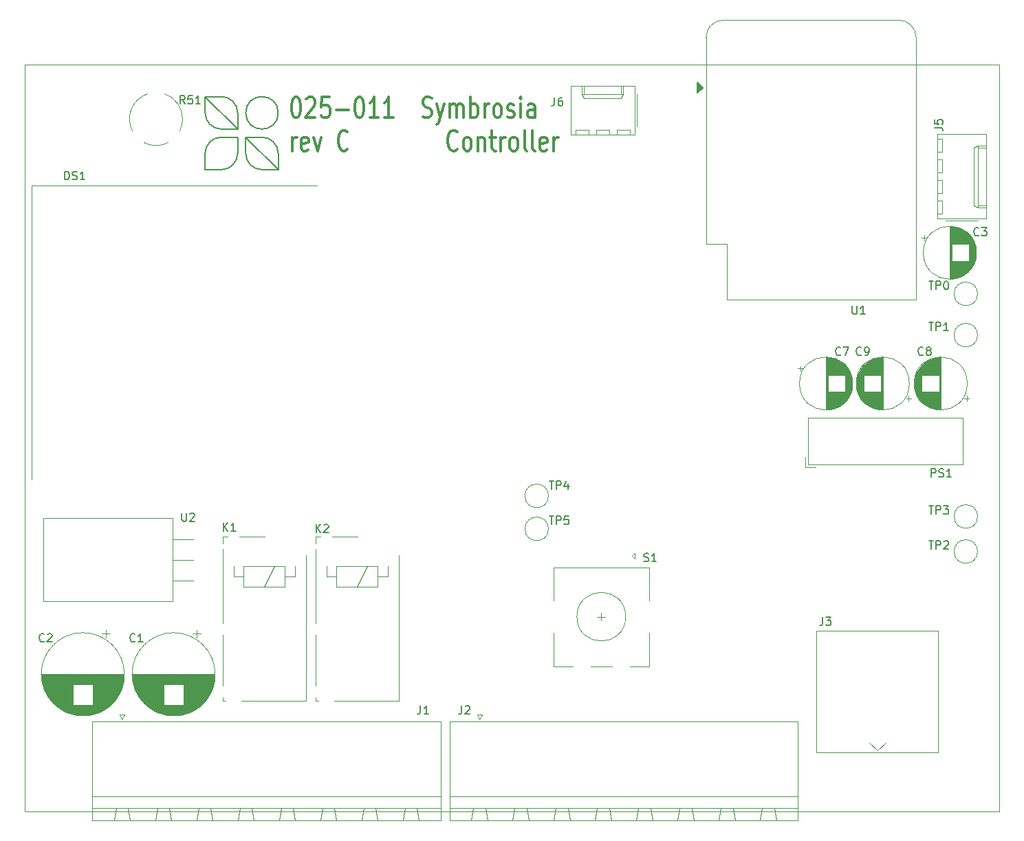
<source format=gbr>
%TF.GenerationSoftware,KiCad,Pcbnew,7.0.7*%
%TF.CreationDate,2025-07-01T12:31:18-10:00*%
%TF.ProjectId,Controller,436f6e74-726f-46c6-9c65-722e6b696361,New*%
%TF.SameCoordinates,Original*%
%TF.FileFunction,Legend,Top*%
%TF.FilePolarity,Positive*%
%FSLAX46Y46*%
G04 Gerber Fmt 4.6, Leading zero omitted, Abs format (unit mm)*
G04 Created by KiCad (PCBNEW 7.0.7) date 2025-07-01 12:31:18*
%MOMM*%
%LPD*%
G01*
G04 APERTURE LIST*
%ADD10C,0.300000*%
%ADD11C,0.150000*%
%ADD12C,0.120000*%
%ADD13C,0.200000*%
%TA.AperFunction,Profile*%
%ADD14C,0.050000*%
%TD*%
G04 APERTURE END LIST*
D10*
X74927796Y-59566752D02*
X75109225Y-59566752D01*
X75109225Y-59566752D02*
X75290653Y-59687704D01*
X75290653Y-59687704D02*
X75381368Y-59808657D01*
X75381368Y-59808657D02*
X75472082Y-60050561D01*
X75472082Y-60050561D02*
X75562796Y-60534371D01*
X75562796Y-60534371D02*
X75562796Y-61139133D01*
X75562796Y-61139133D02*
X75472082Y-61622942D01*
X75472082Y-61622942D02*
X75381368Y-61864847D01*
X75381368Y-61864847D02*
X75290653Y-61985800D01*
X75290653Y-61985800D02*
X75109225Y-62106752D01*
X75109225Y-62106752D02*
X74927796Y-62106752D01*
X74927796Y-62106752D02*
X74746368Y-61985800D01*
X74746368Y-61985800D02*
X74655653Y-61864847D01*
X74655653Y-61864847D02*
X74564939Y-61622942D01*
X74564939Y-61622942D02*
X74474225Y-61139133D01*
X74474225Y-61139133D02*
X74474225Y-60534371D01*
X74474225Y-60534371D02*
X74564939Y-60050561D01*
X74564939Y-60050561D02*
X74655653Y-59808657D01*
X74655653Y-59808657D02*
X74746368Y-59687704D01*
X74746368Y-59687704D02*
X74927796Y-59566752D01*
X76288511Y-59808657D02*
X76379225Y-59687704D01*
X76379225Y-59687704D02*
X76560654Y-59566752D01*
X76560654Y-59566752D02*
X77014225Y-59566752D01*
X77014225Y-59566752D02*
X77195654Y-59687704D01*
X77195654Y-59687704D02*
X77286368Y-59808657D01*
X77286368Y-59808657D02*
X77377082Y-60050561D01*
X77377082Y-60050561D02*
X77377082Y-60292466D01*
X77377082Y-60292466D02*
X77286368Y-60655323D01*
X77286368Y-60655323D02*
X76197796Y-62106752D01*
X76197796Y-62106752D02*
X77377082Y-62106752D01*
X79100654Y-59566752D02*
X78193511Y-59566752D01*
X78193511Y-59566752D02*
X78102797Y-60776276D01*
X78102797Y-60776276D02*
X78193511Y-60655323D01*
X78193511Y-60655323D02*
X78374940Y-60534371D01*
X78374940Y-60534371D02*
X78828511Y-60534371D01*
X78828511Y-60534371D02*
X79009940Y-60655323D01*
X79009940Y-60655323D02*
X79100654Y-60776276D01*
X79100654Y-60776276D02*
X79191368Y-61018180D01*
X79191368Y-61018180D02*
X79191368Y-61622942D01*
X79191368Y-61622942D02*
X79100654Y-61864847D01*
X79100654Y-61864847D02*
X79009940Y-61985800D01*
X79009940Y-61985800D02*
X78828511Y-62106752D01*
X78828511Y-62106752D02*
X78374940Y-62106752D01*
X78374940Y-62106752D02*
X78193511Y-61985800D01*
X78193511Y-61985800D02*
X78102797Y-61864847D01*
X80007797Y-61139133D02*
X81459226Y-61139133D01*
X82729225Y-59566752D02*
X82910654Y-59566752D01*
X82910654Y-59566752D02*
X83092082Y-59687704D01*
X83092082Y-59687704D02*
X83182797Y-59808657D01*
X83182797Y-59808657D02*
X83273511Y-60050561D01*
X83273511Y-60050561D02*
X83364225Y-60534371D01*
X83364225Y-60534371D02*
X83364225Y-61139133D01*
X83364225Y-61139133D02*
X83273511Y-61622942D01*
X83273511Y-61622942D02*
X83182797Y-61864847D01*
X83182797Y-61864847D02*
X83092082Y-61985800D01*
X83092082Y-61985800D02*
X82910654Y-62106752D01*
X82910654Y-62106752D02*
X82729225Y-62106752D01*
X82729225Y-62106752D02*
X82547797Y-61985800D01*
X82547797Y-61985800D02*
X82457082Y-61864847D01*
X82457082Y-61864847D02*
X82366368Y-61622942D01*
X82366368Y-61622942D02*
X82275654Y-61139133D01*
X82275654Y-61139133D02*
X82275654Y-60534371D01*
X82275654Y-60534371D02*
X82366368Y-60050561D01*
X82366368Y-60050561D02*
X82457082Y-59808657D01*
X82457082Y-59808657D02*
X82547797Y-59687704D01*
X82547797Y-59687704D02*
X82729225Y-59566752D01*
X85178511Y-62106752D02*
X84089940Y-62106752D01*
X84634225Y-62106752D02*
X84634225Y-59566752D01*
X84634225Y-59566752D02*
X84452797Y-59929609D01*
X84452797Y-59929609D02*
X84271368Y-60171514D01*
X84271368Y-60171514D02*
X84089940Y-60292466D01*
X86992797Y-62106752D02*
X85904226Y-62106752D01*
X86448511Y-62106752D02*
X86448511Y-59566752D01*
X86448511Y-59566752D02*
X86267083Y-59929609D01*
X86267083Y-59929609D02*
X86085654Y-60171514D01*
X86085654Y-60171514D02*
X85904226Y-60292466D01*
X90621370Y-61985800D02*
X90893513Y-62106752D01*
X90893513Y-62106752D02*
X91347084Y-62106752D01*
X91347084Y-62106752D02*
X91528513Y-61985800D01*
X91528513Y-61985800D02*
X91619227Y-61864847D01*
X91619227Y-61864847D02*
X91709941Y-61622942D01*
X91709941Y-61622942D02*
X91709941Y-61381038D01*
X91709941Y-61381038D02*
X91619227Y-61139133D01*
X91619227Y-61139133D02*
X91528513Y-61018180D01*
X91528513Y-61018180D02*
X91347084Y-60897228D01*
X91347084Y-60897228D02*
X90984227Y-60776276D01*
X90984227Y-60776276D02*
X90802798Y-60655323D01*
X90802798Y-60655323D02*
X90712084Y-60534371D01*
X90712084Y-60534371D02*
X90621370Y-60292466D01*
X90621370Y-60292466D02*
X90621370Y-60050561D01*
X90621370Y-60050561D02*
X90712084Y-59808657D01*
X90712084Y-59808657D02*
X90802798Y-59687704D01*
X90802798Y-59687704D02*
X90984227Y-59566752D01*
X90984227Y-59566752D02*
X91437798Y-59566752D01*
X91437798Y-59566752D02*
X91709941Y-59687704D01*
X92344941Y-60413419D02*
X92798513Y-62106752D01*
X93252084Y-60413419D02*
X92798513Y-62106752D01*
X92798513Y-62106752D02*
X92617084Y-62711514D01*
X92617084Y-62711514D02*
X92526370Y-62832466D01*
X92526370Y-62832466D02*
X92344941Y-62953419D01*
X93977799Y-62106752D02*
X93977799Y-60413419D01*
X93977799Y-60655323D02*
X94068513Y-60534371D01*
X94068513Y-60534371D02*
X94249942Y-60413419D01*
X94249942Y-60413419D02*
X94522085Y-60413419D01*
X94522085Y-60413419D02*
X94703513Y-60534371D01*
X94703513Y-60534371D02*
X94794228Y-60776276D01*
X94794228Y-60776276D02*
X94794228Y-62106752D01*
X94794228Y-60776276D02*
X94884942Y-60534371D01*
X94884942Y-60534371D02*
X95066370Y-60413419D01*
X95066370Y-60413419D02*
X95338513Y-60413419D01*
X95338513Y-60413419D02*
X95519942Y-60534371D01*
X95519942Y-60534371D02*
X95610656Y-60776276D01*
X95610656Y-60776276D02*
X95610656Y-62106752D01*
X96517799Y-62106752D02*
X96517799Y-59566752D01*
X96517799Y-60534371D02*
X96699228Y-60413419D01*
X96699228Y-60413419D02*
X97062085Y-60413419D01*
X97062085Y-60413419D02*
X97243513Y-60534371D01*
X97243513Y-60534371D02*
X97334228Y-60655323D01*
X97334228Y-60655323D02*
X97424942Y-60897228D01*
X97424942Y-60897228D02*
X97424942Y-61622942D01*
X97424942Y-61622942D02*
X97334228Y-61864847D01*
X97334228Y-61864847D02*
X97243513Y-61985800D01*
X97243513Y-61985800D02*
X97062085Y-62106752D01*
X97062085Y-62106752D02*
X96699228Y-62106752D01*
X96699228Y-62106752D02*
X96517799Y-61985800D01*
X98241370Y-62106752D02*
X98241370Y-60413419D01*
X98241370Y-60897228D02*
X98332084Y-60655323D01*
X98332084Y-60655323D02*
X98422799Y-60534371D01*
X98422799Y-60534371D02*
X98604227Y-60413419D01*
X98604227Y-60413419D02*
X98785656Y-60413419D01*
X99692799Y-62106752D02*
X99511370Y-61985800D01*
X99511370Y-61985800D02*
X99420656Y-61864847D01*
X99420656Y-61864847D02*
X99329942Y-61622942D01*
X99329942Y-61622942D02*
X99329942Y-60897228D01*
X99329942Y-60897228D02*
X99420656Y-60655323D01*
X99420656Y-60655323D02*
X99511370Y-60534371D01*
X99511370Y-60534371D02*
X99692799Y-60413419D01*
X99692799Y-60413419D02*
X99964942Y-60413419D01*
X99964942Y-60413419D02*
X100146370Y-60534371D01*
X100146370Y-60534371D02*
X100237085Y-60655323D01*
X100237085Y-60655323D02*
X100327799Y-60897228D01*
X100327799Y-60897228D02*
X100327799Y-61622942D01*
X100327799Y-61622942D02*
X100237085Y-61864847D01*
X100237085Y-61864847D02*
X100146370Y-61985800D01*
X100146370Y-61985800D02*
X99964942Y-62106752D01*
X99964942Y-62106752D02*
X99692799Y-62106752D01*
X101053513Y-61985800D02*
X101234941Y-62106752D01*
X101234941Y-62106752D02*
X101597798Y-62106752D01*
X101597798Y-62106752D02*
X101779227Y-61985800D01*
X101779227Y-61985800D02*
X101869941Y-61743895D01*
X101869941Y-61743895D02*
X101869941Y-61622942D01*
X101869941Y-61622942D02*
X101779227Y-61381038D01*
X101779227Y-61381038D02*
X101597798Y-61260085D01*
X101597798Y-61260085D02*
X101325656Y-61260085D01*
X101325656Y-61260085D02*
X101144227Y-61139133D01*
X101144227Y-61139133D02*
X101053513Y-60897228D01*
X101053513Y-60897228D02*
X101053513Y-60776276D01*
X101053513Y-60776276D02*
X101144227Y-60534371D01*
X101144227Y-60534371D02*
X101325656Y-60413419D01*
X101325656Y-60413419D02*
X101597798Y-60413419D01*
X101597798Y-60413419D02*
X101779227Y-60534371D01*
X102686370Y-62106752D02*
X102686370Y-60413419D01*
X102686370Y-59566752D02*
X102595656Y-59687704D01*
X102595656Y-59687704D02*
X102686370Y-59808657D01*
X102686370Y-59808657D02*
X102777084Y-59687704D01*
X102777084Y-59687704D02*
X102686370Y-59566752D01*
X102686370Y-59566752D02*
X102686370Y-59808657D01*
X104409942Y-62106752D02*
X104409942Y-60776276D01*
X104409942Y-60776276D02*
X104319227Y-60534371D01*
X104319227Y-60534371D02*
X104137799Y-60413419D01*
X104137799Y-60413419D02*
X103774942Y-60413419D01*
X103774942Y-60413419D02*
X103593513Y-60534371D01*
X104409942Y-61985800D02*
X104228513Y-62106752D01*
X104228513Y-62106752D02*
X103774942Y-62106752D01*
X103774942Y-62106752D02*
X103593513Y-61985800D01*
X103593513Y-61985800D02*
X103502799Y-61743895D01*
X103502799Y-61743895D02*
X103502799Y-61501990D01*
X103502799Y-61501990D02*
X103593513Y-61260085D01*
X103593513Y-61260085D02*
X103774942Y-61139133D01*
X103774942Y-61139133D02*
X104228513Y-61139133D01*
X104228513Y-61139133D02*
X104409942Y-61018180D01*
X74564939Y-66196152D02*
X74564939Y-64502819D01*
X74564939Y-64986628D02*
X74655653Y-64744723D01*
X74655653Y-64744723D02*
X74746368Y-64623771D01*
X74746368Y-64623771D02*
X74927796Y-64502819D01*
X74927796Y-64502819D02*
X75109225Y-64502819D01*
X76469939Y-66075200D02*
X76288511Y-66196152D01*
X76288511Y-66196152D02*
X75925654Y-66196152D01*
X75925654Y-66196152D02*
X75744225Y-66075200D01*
X75744225Y-66075200D02*
X75653511Y-65833295D01*
X75653511Y-65833295D02*
X75653511Y-64865676D01*
X75653511Y-64865676D02*
X75744225Y-64623771D01*
X75744225Y-64623771D02*
X75925654Y-64502819D01*
X75925654Y-64502819D02*
X76288511Y-64502819D01*
X76288511Y-64502819D02*
X76469939Y-64623771D01*
X76469939Y-64623771D02*
X76560654Y-64865676D01*
X76560654Y-64865676D02*
X76560654Y-65107580D01*
X76560654Y-65107580D02*
X75653511Y-65349485D01*
X77195653Y-64502819D02*
X77649225Y-66196152D01*
X77649225Y-66196152D02*
X78102796Y-64502819D01*
X81368511Y-65954247D02*
X81277797Y-66075200D01*
X81277797Y-66075200D02*
X81005654Y-66196152D01*
X81005654Y-66196152D02*
X80824226Y-66196152D01*
X80824226Y-66196152D02*
X80552083Y-66075200D01*
X80552083Y-66075200D02*
X80370654Y-65833295D01*
X80370654Y-65833295D02*
X80279940Y-65591390D01*
X80279940Y-65591390D02*
X80189226Y-65107580D01*
X80189226Y-65107580D02*
X80189226Y-64744723D01*
X80189226Y-64744723D02*
X80279940Y-64260914D01*
X80279940Y-64260914D02*
X80370654Y-64019009D01*
X80370654Y-64019009D02*
X80552083Y-63777104D01*
X80552083Y-63777104D02*
X80824226Y-63656152D01*
X80824226Y-63656152D02*
X81005654Y-63656152D01*
X81005654Y-63656152D02*
X81277797Y-63777104D01*
X81277797Y-63777104D02*
X81368511Y-63898057D01*
X94884943Y-65954247D02*
X94794229Y-66075200D01*
X94794229Y-66075200D02*
X94522086Y-66196152D01*
X94522086Y-66196152D02*
X94340658Y-66196152D01*
X94340658Y-66196152D02*
X94068515Y-66075200D01*
X94068515Y-66075200D02*
X93887086Y-65833295D01*
X93887086Y-65833295D02*
X93796372Y-65591390D01*
X93796372Y-65591390D02*
X93705658Y-65107580D01*
X93705658Y-65107580D02*
X93705658Y-64744723D01*
X93705658Y-64744723D02*
X93796372Y-64260914D01*
X93796372Y-64260914D02*
X93887086Y-64019009D01*
X93887086Y-64019009D02*
X94068515Y-63777104D01*
X94068515Y-63777104D02*
X94340658Y-63656152D01*
X94340658Y-63656152D02*
X94522086Y-63656152D01*
X94522086Y-63656152D02*
X94794229Y-63777104D01*
X94794229Y-63777104D02*
X94884943Y-63898057D01*
X95973515Y-66196152D02*
X95792086Y-66075200D01*
X95792086Y-66075200D02*
X95701372Y-65954247D01*
X95701372Y-65954247D02*
X95610658Y-65712342D01*
X95610658Y-65712342D02*
X95610658Y-64986628D01*
X95610658Y-64986628D02*
X95701372Y-64744723D01*
X95701372Y-64744723D02*
X95792086Y-64623771D01*
X95792086Y-64623771D02*
X95973515Y-64502819D01*
X95973515Y-64502819D02*
X96245658Y-64502819D01*
X96245658Y-64502819D02*
X96427086Y-64623771D01*
X96427086Y-64623771D02*
X96517801Y-64744723D01*
X96517801Y-64744723D02*
X96608515Y-64986628D01*
X96608515Y-64986628D02*
X96608515Y-65712342D01*
X96608515Y-65712342D02*
X96517801Y-65954247D01*
X96517801Y-65954247D02*
X96427086Y-66075200D01*
X96427086Y-66075200D02*
X96245658Y-66196152D01*
X96245658Y-66196152D02*
X95973515Y-66196152D01*
X97424943Y-64502819D02*
X97424943Y-66196152D01*
X97424943Y-64744723D02*
X97515657Y-64623771D01*
X97515657Y-64623771D02*
X97697086Y-64502819D01*
X97697086Y-64502819D02*
X97969229Y-64502819D01*
X97969229Y-64502819D02*
X98150657Y-64623771D01*
X98150657Y-64623771D02*
X98241372Y-64865676D01*
X98241372Y-64865676D02*
X98241372Y-66196152D01*
X98876371Y-64502819D02*
X99602085Y-64502819D01*
X99148514Y-63656152D02*
X99148514Y-65833295D01*
X99148514Y-65833295D02*
X99239228Y-66075200D01*
X99239228Y-66075200D02*
X99420657Y-66196152D01*
X99420657Y-66196152D02*
X99602085Y-66196152D01*
X100237085Y-66196152D02*
X100237085Y-64502819D01*
X100237085Y-64986628D02*
X100327799Y-64744723D01*
X100327799Y-64744723D02*
X100418514Y-64623771D01*
X100418514Y-64623771D02*
X100599942Y-64502819D01*
X100599942Y-64502819D02*
X100781371Y-64502819D01*
X101688514Y-66196152D02*
X101507085Y-66075200D01*
X101507085Y-66075200D02*
X101416371Y-65954247D01*
X101416371Y-65954247D02*
X101325657Y-65712342D01*
X101325657Y-65712342D02*
X101325657Y-64986628D01*
X101325657Y-64986628D02*
X101416371Y-64744723D01*
X101416371Y-64744723D02*
X101507085Y-64623771D01*
X101507085Y-64623771D02*
X101688514Y-64502819D01*
X101688514Y-64502819D02*
X101960657Y-64502819D01*
X101960657Y-64502819D02*
X102142085Y-64623771D01*
X102142085Y-64623771D02*
X102232800Y-64744723D01*
X102232800Y-64744723D02*
X102323514Y-64986628D01*
X102323514Y-64986628D02*
X102323514Y-65712342D01*
X102323514Y-65712342D02*
X102232800Y-65954247D01*
X102232800Y-65954247D02*
X102142085Y-66075200D01*
X102142085Y-66075200D02*
X101960657Y-66196152D01*
X101960657Y-66196152D02*
X101688514Y-66196152D01*
X103412085Y-66196152D02*
X103230656Y-66075200D01*
X103230656Y-66075200D02*
X103139942Y-65833295D01*
X103139942Y-65833295D02*
X103139942Y-63656152D01*
X104409942Y-66196152D02*
X104228513Y-66075200D01*
X104228513Y-66075200D02*
X104137799Y-65833295D01*
X104137799Y-65833295D02*
X104137799Y-63656152D01*
X105861370Y-66075200D02*
X105679942Y-66196152D01*
X105679942Y-66196152D02*
X105317085Y-66196152D01*
X105317085Y-66196152D02*
X105135656Y-66075200D01*
X105135656Y-66075200D02*
X105044942Y-65833295D01*
X105044942Y-65833295D02*
X105044942Y-64865676D01*
X105044942Y-64865676D02*
X105135656Y-64623771D01*
X105135656Y-64623771D02*
X105317085Y-64502819D01*
X105317085Y-64502819D02*
X105679942Y-64502819D01*
X105679942Y-64502819D02*
X105861370Y-64623771D01*
X105861370Y-64623771D02*
X105952085Y-64865676D01*
X105952085Y-64865676D02*
X105952085Y-65107580D01*
X105952085Y-65107580D02*
X105044942Y-65349485D01*
X106768513Y-66196152D02*
X106768513Y-64502819D01*
X106768513Y-64986628D02*
X106859227Y-64744723D01*
X106859227Y-64744723D02*
X106949942Y-64623771D01*
X106949942Y-64623771D02*
X107131370Y-64502819D01*
X107131370Y-64502819D02*
X107312799Y-64502819D01*
D11*
X106180095Y-106896819D02*
X106751523Y-106896819D01*
X106465809Y-107896819D02*
X106465809Y-106896819D01*
X107084857Y-107896819D02*
X107084857Y-106896819D01*
X107084857Y-106896819D02*
X107465809Y-106896819D01*
X107465809Y-106896819D02*
X107561047Y-106944438D01*
X107561047Y-106944438D02*
X107608666Y-106992057D01*
X107608666Y-106992057D02*
X107656285Y-107087295D01*
X107656285Y-107087295D02*
X107656285Y-107230152D01*
X107656285Y-107230152D02*
X107608666Y-107325390D01*
X107608666Y-107325390D02*
X107561047Y-107373009D01*
X107561047Y-107373009D02*
X107465809Y-107420628D01*
X107465809Y-107420628D02*
X107084857Y-107420628D01*
X108513428Y-107230152D02*
X108513428Y-107896819D01*
X108275333Y-106849200D02*
X108037238Y-107563485D01*
X108037238Y-107563485D02*
X108656285Y-107563485D01*
X152916095Y-87338819D02*
X153487523Y-87338819D01*
X153201809Y-88338819D02*
X153201809Y-87338819D01*
X153820857Y-88338819D02*
X153820857Y-87338819D01*
X153820857Y-87338819D02*
X154201809Y-87338819D01*
X154201809Y-87338819D02*
X154297047Y-87386438D01*
X154297047Y-87386438D02*
X154344666Y-87434057D01*
X154344666Y-87434057D02*
X154392285Y-87529295D01*
X154392285Y-87529295D02*
X154392285Y-87672152D01*
X154392285Y-87672152D02*
X154344666Y-87767390D01*
X154344666Y-87767390D02*
X154297047Y-87815009D01*
X154297047Y-87815009D02*
X154201809Y-87862628D01*
X154201809Y-87862628D02*
X153820857Y-87862628D01*
X155344666Y-88338819D02*
X154773238Y-88338819D01*
X155058952Y-88338819D02*
X155058952Y-87338819D01*
X155058952Y-87338819D02*
X154963714Y-87481676D01*
X154963714Y-87481676D02*
X154868476Y-87576914D01*
X154868476Y-87576914D02*
X154773238Y-87624533D01*
X152916095Y-109944819D02*
X153487523Y-109944819D01*
X153201809Y-110944819D02*
X153201809Y-109944819D01*
X153820857Y-110944819D02*
X153820857Y-109944819D01*
X153820857Y-109944819D02*
X154201809Y-109944819D01*
X154201809Y-109944819D02*
X154297047Y-109992438D01*
X154297047Y-109992438D02*
X154344666Y-110040057D01*
X154344666Y-110040057D02*
X154392285Y-110135295D01*
X154392285Y-110135295D02*
X154392285Y-110278152D01*
X154392285Y-110278152D02*
X154344666Y-110373390D01*
X154344666Y-110373390D02*
X154297047Y-110421009D01*
X154297047Y-110421009D02*
X154201809Y-110468628D01*
X154201809Y-110468628D02*
X153820857Y-110468628D01*
X154725619Y-109944819D02*
X155344666Y-109944819D01*
X155344666Y-109944819D02*
X155011333Y-110325771D01*
X155011333Y-110325771D02*
X155154190Y-110325771D01*
X155154190Y-110325771D02*
X155249428Y-110373390D01*
X155249428Y-110373390D02*
X155297047Y-110421009D01*
X155297047Y-110421009D02*
X155344666Y-110516247D01*
X155344666Y-110516247D02*
X155344666Y-110754342D01*
X155344666Y-110754342D02*
X155297047Y-110849580D01*
X155297047Y-110849580D02*
X155249428Y-110897200D01*
X155249428Y-110897200D02*
X155154190Y-110944819D01*
X155154190Y-110944819D02*
X154868476Y-110944819D01*
X154868476Y-110944819D02*
X154773238Y-110897200D01*
X154773238Y-110897200D02*
X154725619Y-110849580D01*
X106180095Y-111214819D02*
X106751523Y-111214819D01*
X106465809Y-112214819D02*
X106465809Y-111214819D01*
X107084857Y-112214819D02*
X107084857Y-111214819D01*
X107084857Y-111214819D02*
X107465809Y-111214819D01*
X107465809Y-111214819D02*
X107561047Y-111262438D01*
X107561047Y-111262438D02*
X107608666Y-111310057D01*
X107608666Y-111310057D02*
X107656285Y-111405295D01*
X107656285Y-111405295D02*
X107656285Y-111548152D01*
X107656285Y-111548152D02*
X107608666Y-111643390D01*
X107608666Y-111643390D02*
X107561047Y-111691009D01*
X107561047Y-111691009D02*
X107465809Y-111738628D01*
X107465809Y-111738628D02*
X107084857Y-111738628D01*
X108561047Y-111214819D02*
X108084857Y-111214819D01*
X108084857Y-111214819D02*
X108037238Y-111691009D01*
X108037238Y-111691009D02*
X108084857Y-111643390D01*
X108084857Y-111643390D02*
X108180095Y-111595771D01*
X108180095Y-111595771D02*
X108418190Y-111595771D01*
X108418190Y-111595771D02*
X108513428Y-111643390D01*
X108513428Y-111643390D02*
X108561047Y-111691009D01*
X108561047Y-111691009D02*
X108608666Y-111786247D01*
X108608666Y-111786247D02*
X108608666Y-112024342D01*
X108608666Y-112024342D02*
X108561047Y-112119580D01*
X108561047Y-112119580D02*
X108513428Y-112167200D01*
X108513428Y-112167200D02*
X108418190Y-112214819D01*
X108418190Y-112214819D02*
X108180095Y-112214819D01*
X108180095Y-112214819D02*
X108084857Y-112167200D01*
X108084857Y-112167200D02*
X108037238Y-112119580D01*
X152916095Y-82258819D02*
X153487523Y-82258819D01*
X153201809Y-83258819D02*
X153201809Y-82258819D01*
X153820857Y-83258819D02*
X153820857Y-82258819D01*
X153820857Y-82258819D02*
X154201809Y-82258819D01*
X154201809Y-82258819D02*
X154297047Y-82306438D01*
X154297047Y-82306438D02*
X154344666Y-82354057D01*
X154344666Y-82354057D02*
X154392285Y-82449295D01*
X154392285Y-82449295D02*
X154392285Y-82592152D01*
X154392285Y-82592152D02*
X154344666Y-82687390D01*
X154344666Y-82687390D02*
X154297047Y-82735009D01*
X154297047Y-82735009D02*
X154201809Y-82782628D01*
X154201809Y-82782628D02*
X153820857Y-82782628D01*
X155011333Y-82258819D02*
X155106571Y-82258819D01*
X155106571Y-82258819D02*
X155201809Y-82306438D01*
X155201809Y-82306438D02*
X155249428Y-82354057D01*
X155249428Y-82354057D02*
X155297047Y-82449295D01*
X155297047Y-82449295D02*
X155344666Y-82639771D01*
X155344666Y-82639771D02*
X155344666Y-82877866D01*
X155344666Y-82877866D02*
X155297047Y-83068342D01*
X155297047Y-83068342D02*
X155249428Y-83163580D01*
X155249428Y-83163580D02*
X155201809Y-83211200D01*
X155201809Y-83211200D02*
X155106571Y-83258819D01*
X155106571Y-83258819D02*
X155011333Y-83258819D01*
X155011333Y-83258819D02*
X154916095Y-83211200D01*
X154916095Y-83211200D02*
X154868476Y-83163580D01*
X154868476Y-83163580D02*
X154820857Y-83068342D01*
X154820857Y-83068342D02*
X154773238Y-82877866D01*
X154773238Y-82877866D02*
X154773238Y-82639771D01*
X154773238Y-82639771D02*
X154820857Y-82449295D01*
X154820857Y-82449295D02*
X154868476Y-82354057D01*
X154868476Y-82354057D02*
X154916095Y-82306438D01*
X154916095Y-82306438D02*
X155011333Y-82258819D01*
X66063905Y-113027619D02*
X66063905Y-112027619D01*
X66635333Y-113027619D02*
X66206762Y-112456190D01*
X66635333Y-112027619D02*
X66063905Y-112599047D01*
X67587714Y-113027619D02*
X67016286Y-113027619D01*
X67302000Y-113027619D02*
X67302000Y-112027619D01*
X67302000Y-112027619D02*
X67206762Y-112170476D01*
X67206762Y-112170476D02*
X67111524Y-112265714D01*
X67111524Y-112265714D02*
X67016286Y-112313333D01*
X77493905Y-113230819D02*
X77493905Y-112230819D01*
X78065333Y-113230819D02*
X77636762Y-112659390D01*
X78065333Y-112230819D02*
X77493905Y-112802247D01*
X78446286Y-112326057D02*
X78493905Y-112278438D01*
X78493905Y-112278438D02*
X78589143Y-112230819D01*
X78589143Y-112230819D02*
X78827238Y-112230819D01*
X78827238Y-112230819D02*
X78922476Y-112278438D01*
X78922476Y-112278438D02*
X78970095Y-112326057D01*
X78970095Y-112326057D02*
X79017714Y-112421295D01*
X79017714Y-112421295D02*
X79017714Y-112516533D01*
X79017714Y-112516533D02*
X78970095Y-112659390D01*
X78970095Y-112659390D02*
X78398667Y-113230819D01*
X78398667Y-113230819D02*
X79017714Y-113230819D01*
X60960095Y-110833819D02*
X60960095Y-111643342D01*
X60960095Y-111643342D02*
X61007714Y-111738580D01*
X61007714Y-111738580D02*
X61055333Y-111786200D01*
X61055333Y-111786200D02*
X61150571Y-111833819D01*
X61150571Y-111833819D02*
X61341047Y-111833819D01*
X61341047Y-111833819D02*
X61436285Y-111786200D01*
X61436285Y-111786200D02*
X61483904Y-111738580D01*
X61483904Y-111738580D02*
X61531523Y-111643342D01*
X61531523Y-111643342D02*
X61531523Y-110833819D01*
X61960095Y-110929057D02*
X62007714Y-110881438D01*
X62007714Y-110881438D02*
X62102952Y-110833819D01*
X62102952Y-110833819D02*
X62341047Y-110833819D01*
X62341047Y-110833819D02*
X62436285Y-110881438D01*
X62436285Y-110881438D02*
X62483904Y-110929057D01*
X62483904Y-110929057D02*
X62531523Y-111024295D01*
X62531523Y-111024295D02*
X62531523Y-111119533D01*
X62531523Y-111119533D02*
X62483904Y-111262390D01*
X62483904Y-111262390D02*
X61912476Y-111833819D01*
X61912476Y-111833819D02*
X62531523Y-111833819D01*
X139874666Y-123660819D02*
X139874666Y-124375104D01*
X139874666Y-124375104D02*
X139827047Y-124517961D01*
X139827047Y-124517961D02*
X139731809Y-124613200D01*
X139731809Y-124613200D02*
X139588952Y-124660819D01*
X139588952Y-124660819D02*
X139493714Y-124660819D01*
X140255619Y-123660819D02*
X140874666Y-123660819D01*
X140874666Y-123660819D02*
X140541333Y-124041771D01*
X140541333Y-124041771D02*
X140684190Y-124041771D01*
X140684190Y-124041771D02*
X140779428Y-124089390D01*
X140779428Y-124089390D02*
X140827047Y-124137009D01*
X140827047Y-124137009D02*
X140874666Y-124232247D01*
X140874666Y-124232247D02*
X140874666Y-124470342D01*
X140874666Y-124470342D02*
X140827047Y-124565580D01*
X140827047Y-124565580D02*
X140779428Y-124613200D01*
X140779428Y-124613200D02*
X140684190Y-124660819D01*
X140684190Y-124660819D02*
X140398476Y-124660819D01*
X140398476Y-124660819D02*
X140303238Y-124613200D01*
X140303238Y-124613200D02*
X140255619Y-124565580D01*
X90344666Y-134582819D02*
X90344666Y-135297104D01*
X90344666Y-135297104D02*
X90297047Y-135439961D01*
X90297047Y-135439961D02*
X90201809Y-135535200D01*
X90201809Y-135535200D02*
X90058952Y-135582819D01*
X90058952Y-135582819D02*
X89963714Y-135582819D01*
X91344666Y-135582819D02*
X90773238Y-135582819D01*
X91058952Y-135582819D02*
X91058952Y-134582819D01*
X91058952Y-134582819D02*
X90963714Y-134725676D01*
X90963714Y-134725676D02*
X90868476Y-134820914D01*
X90868476Y-134820914D02*
X90773238Y-134868533D01*
X95424666Y-134582819D02*
X95424666Y-135297104D01*
X95424666Y-135297104D02*
X95377047Y-135439961D01*
X95377047Y-135439961D02*
X95281809Y-135535200D01*
X95281809Y-135535200D02*
X95138952Y-135582819D01*
X95138952Y-135582819D02*
X95043714Y-135582819D01*
X95853238Y-134678057D02*
X95900857Y-134630438D01*
X95900857Y-134630438D02*
X95996095Y-134582819D01*
X95996095Y-134582819D02*
X96234190Y-134582819D01*
X96234190Y-134582819D02*
X96329428Y-134630438D01*
X96329428Y-134630438D02*
X96377047Y-134678057D01*
X96377047Y-134678057D02*
X96424666Y-134773295D01*
X96424666Y-134773295D02*
X96424666Y-134868533D01*
X96424666Y-134868533D02*
X96377047Y-135011390D01*
X96377047Y-135011390D02*
X95805619Y-135582819D01*
X95805619Y-135582819D02*
X96424666Y-135582819D01*
X46537714Y-69744819D02*
X46537714Y-68744819D01*
X46537714Y-68744819D02*
X46775809Y-68744819D01*
X46775809Y-68744819D02*
X46918666Y-68792438D01*
X46918666Y-68792438D02*
X47013904Y-68887676D01*
X47013904Y-68887676D02*
X47061523Y-68982914D01*
X47061523Y-68982914D02*
X47109142Y-69173390D01*
X47109142Y-69173390D02*
X47109142Y-69316247D01*
X47109142Y-69316247D02*
X47061523Y-69506723D01*
X47061523Y-69506723D02*
X47013904Y-69601961D01*
X47013904Y-69601961D02*
X46918666Y-69697200D01*
X46918666Y-69697200D02*
X46775809Y-69744819D01*
X46775809Y-69744819D02*
X46537714Y-69744819D01*
X47490095Y-69697200D02*
X47632952Y-69744819D01*
X47632952Y-69744819D02*
X47871047Y-69744819D01*
X47871047Y-69744819D02*
X47966285Y-69697200D01*
X47966285Y-69697200D02*
X48013904Y-69649580D01*
X48013904Y-69649580D02*
X48061523Y-69554342D01*
X48061523Y-69554342D02*
X48061523Y-69459104D01*
X48061523Y-69459104D02*
X48013904Y-69363866D01*
X48013904Y-69363866D02*
X47966285Y-69316247D01*
X47966285Y-69316247D02*
X47871047Y-69268628D01*
X47871047Y-69268628D02*
X47680571Y-69221009D01*
X47680571Y-69221009D02*
X47585333Y-69173390D01*
X47585333Y-69173390D02*
X47537714Y-69125771D01*
X47537714Y-69125771D02*
X47490095Y-69030533D01*
X47490095Y-69030533D02*
X47490095Y-68935295D01*
X47490095Y-68935295D02*
X47537714Y-68840057D01*
X47537714Y-68840057D02*
X47585333Y-68792438D01*
X47585333Y-68792438D02*
X47680571Y-68744819D01*
X47680571Y-68744819D02*
X47918666Y-68744819D01*
X47918666Y-68744819D02*
X48061523Y-68792438D01*
X49013904Y-69744819D02*
X48442476Y-69744819D01*
X48728190Y-69744819D02*
X48728190Y-68744819D01*
X48728190Y-68744819D02*
X48632952Y-68887676D01*
X48632952Y-68887676D02*
X48537714Y-68982914D01*
X48537714Y-68982914D02*
X48442476Y-69030533D01*
X152233333Y-91291580D02*
X152185714Y-91339200D01*
X152185714Y-91339200D02*
X152042857Y-91386819D01*
X152042857Y-91386819D02*
X151947619Y-91386819D01*
X151947619Y-91386819D02*
X151804762Y-91339200D01*
X151804762Y-91339200D02*
X151709524Y-91243961D01*
X151709524Y-91243961D02*
X151661905Y-91148723D01*
X151661905Y-91148723D02*
X151614286Y-90958247D01*
X151614286Y-90958247D02*
X151614286Y-90815390D01*
X151614286Y-90815390D02*
X151661905Y-90624914D01*
X151661905Y-90624914D02*
X151709524Y-90529676D01*
X151709524Y-90529676D02*
X151804762Y-90434438D01*
X151804762Y-90434438D02*
X151947619Y-90386819D01*
X151947619Y-90386819D02*
X152042857Y-90386819D01*
X152042857Y-90386819D02*
X152185714Y-90434438D01*
X152185714Y-90434438D02*
X152233333Y-90482057D01*
X152804762Y-90815390D02*
X152709524Y-90767771D01*
X152709524Y-90767771D02*
X152661905Y-90720152D01*
X152661905Y-90720152D02*
X152614286Y-90624914D01*
X152614286Y-90624914D02*
X152614286Y-90577295D01*
X152614286Y-90577295D02*
X152661905Y-90482057D01*
X152661905Y-90482057D02*
X152709524Y-90434438D01*
X152709524Y-90434438D02*
X152804762Y-90386819D01*
X152804762Y-90386819D02*
X152995238Y-90386819D01*
X152995238Y-90386819D02*
X153090476Y-90434438D01*
X153090476Y-90434438D02*
X153138095Y-90482057D01*
X153138095Y-90482057D02*
X153185714Y-90577295D01*
X153185714Y-90577295D02*
X153185714Y-90624914D01*
X153185714Y-90624914D02*
X153138095Y-90720152D01*
X153138095Y-90720152D02*
X153090476Y-90767771D01*
X153090476Y-90767771D02*
X152995238Y-90815390D01*
X152995238Y-90815390D02*
X152804762Y-90815390D01*
X152804762Y-90815390D02*
X152709524Y-90863009D01*
X152709524Y-90863009D02*
X152661905Y-90910628D01*
X152661905Y-90910628D02*
X152614286Y-91005866D01*
X152614286Y-91005866D02*
X152614286Y-91196342D01*
X152614286Y-91196342D02*
X152661905Y-91291580D01*
X152661905Y-91291580D02*
X152709524Y-91339200D01*
X152709524Y-91339200D02*
X152804762Y-91386819D01*
X152804762Y-91386819D02*
X152995238Y-91386819D01*
X152995238Y-91386819D02*
X153090476Y-91339200D01*
X153090476Y-91339200D02*
X153138095Y-91291580D01*
X153138095Y-91291580D02*
X153185714Y-91196342D01*
X153185714Y-91196342D02*
X153185714Y-91005866D01*
X153185714Y-91005866D02*
X153138095Y-90910628D01*
X153138095Y-90910628D02*
X153090476Y-90863009D01*
X153090476Y-90863009D02*
X152995238Y-90815390D01*
X106854666Y-59632819D02*
X106854666Y-60347104D01*
X106854666Y-60347104D02*
X106807047Y-60489961D01*
X106807047Y-60489961D02*
X106711809Y-60585200D01*
X106711809Y-60585200D02*
X106568952Y-60632819D01*
X106568952Y-60632819D02*
X106473714Y-60632819D01*
X107759428Y-59632819D02*
X107568952Y-59632819D01*
X107568952Y-59632819D02*
X107473714Y-59680438D01*
X107473714Y-59680438D02*
X107426095Y-59728057D01*
X107426095Y-59728057D02*
X107330857Y-59870914D01*
X107330857Y-59870914D02*
X107283238Y-60061390D01*
X107283238Y-60061390D02*
X107283238Y-60442342D01*
X107283238Y-60442342D02*
X107330857Y-60537580D01*
X107330857Y-60537580D02*
X107378476Y-60585200D01*
X107378476Y-60585200D02*
X107473714Y-60632819D01*
X107473714Y-60632819D02*
X107664190Y-60632819D01*
X107664190Y-60632819D02*
X107759428Y-60585200D01*
X107759428Y-60585200D02*
X107807047Y-60537580D01*
X107807047Y-60537580D02*
X107854666Y-60442342D01*
X107854666Y-60442342D02*
X107854666Y-60204247D01*
X107854666Y-60204247D02*
X107807047Y-60109009D01*
X107807047Y-60109009D02*
X107759428Y-60061390D01*
X107759428Y-60061390D02*
X107664190Y-60013771D01*
X107664190Y-60013771D02*
X107473714Y-60013771D01*
X107473714Y-60013771D02*
X107378476Y-60061390D01*
X107378476Y-60061390D02*
X107330857Y-60109009D01*
X107330857Y-60109009D02*
X107283238Y-60204247D01*
X153632819Y-63325333D02*
X154347104Y-63325333D01*
X154347104Y-63325333D02*
X154489961Y-63372952D01*
X154489961Y-63372952D02*
X154585200Y-63468190D01*
X154585200Y-63468190D02*
X154632819Y-63611047D01*
X154632819Y-63611047D02*
X154632819Y-63706285D01*
X153632819Y-62372952D02*
X153632819Y-62849142D01*
X153632819Y-62849142D02*
X154109009Y-62896761D01*
X154109009Y-62896761D02*
X154061390Y-62849142D01*
X154061390Y-62849142D02*
X154013771Y-62753904D01*
X154013771Y-62753904D02*
X154013771Y-62515809D01*
X154013771Y-62515809D02*
X154061390Y-62420571D01*
X154061390Y-62420571D02*
X154109009Y-62372952D01*
X154109009Y-62372952D02*
X154204247Y-62325333D01*
X154204247Y-62325333D02*
X154442342Y-62325333D01*
X154442342Y-62325333D02*
X154537580Y-62372952D01*
X154537580Y-62372952D02*
X154585200Y-62420571D01*
X154585200Y-62420571D02*
X154632819Y-62515809D01*
X154632819Y-62515809D02*
X154632819Y-62753904D01*
X154632819Y-62753904D02*
X154585200Y-62849142D01*
X154585200Y-62849142D02*
X154537580Y-62896761D01*
X44029333Y-126597580D02*
X43981714Y-126645200D01*
X43981714Y-126645200D02*
X43838857Y-126692819D01*
X43838857Y-126692819D02*
X43743619Y-126692819D01*
X43743619Y-126692819D02*
X43600762Y-126645200D01*
X43600762Y-126645200D02*
X43505524Y-126549961D01*
X43505524Y-126549961D02*
X43457905Y-126454723D01*
X43457905Y-126454723D02*
X43410286Y-126264247D01*
X43410286Y-126264247D02*
X43410286Y-126121390D01*
X43410286Y-126121390D02*
X43457905Y-125930914D01*
X43457905Y-125930914D02*
X43505524Y-125835676D01*
X43505524Y-125835676D02*
X43600762Y-125740438D01*
X43600762Y-125740438D02*
X43743619Y-125692819D01*
X43743619Y-125692819D02*
X43838857Y-125692819D01*
X43838857Y-125692819D02*
X43981714Y-125740438D01*
X43981714Y-125740438D02*
X44029333Y-125788057D01*
X44410286Y-125788057D02*
X44457905Y-125740438D01*
X44457905Y-125740438D02*
X44553143Y-125692819D01*
X44553143Y-125692819D02*
X44791238Y-125692819D01*
X44791238Y-125692819D02*
X44886476Y-125740438D01*
X44886476Y-125740438D02*
X44934095Y-125788057D01*
X44934095Y-125788057D02*
X44981714Y-125883295D01*
X44981714Y-125883295D02*
X44981714Y-125978533D01*
X44981714Y-125978533D02*
X44934095Y-126121390D01*
X44934095Y-126121390D02*
X44362667Y-126692819D01*
X44362667Y-126692819D02*
X44981714Y-126692819D01*
X159091333Y-76559580D02*
X159043714Y-76607200D01*
X159043714Y-76607200D02*
X158900857Y-76654819D01*
X158900857Y-76654819D02*
X158805619Y-76654819D01*
X158805619Y-76654819D02*
X158662762Y-76607200D01*
X158662762Y-76607200D02*
X158567524Y-76511961D01*
X158567524Y-76511961D02*
X158519905Y-76416723D01*
X158519905Y-76416723D02*
X158472286Y-76226247D01*
X158472286Y-76226247D02*
X158472286Y-76083390D01*
X158472286Y-76083390D02*
X158519905Y-75892914D01*
X158519905Y-75892914D02*
X158567524Y-75797676D01*
X158567524Y-75797676D02*
X158662762Y-75702438D01*
X158662762Y-75702438D02*
X158805619Y-75654819D01*
X158805619Y-75654819D02*
X158900857Y-75654819D01*
X158900857Y-75654819D02*
X159043714Y-75702438D01*
X159043714Y-75702438D02*
X159091333Y-75750057D01*
X159424667Y-75654819D02*
X160043714Y-75654819D01*
X160043714Y-75654819D02*
X159710381Y-76035771D01*
X159710381Y-76035771D02*
X159853238Y-76035771D01*
X159853238Y-76035771D02*
X159948476Y-76083390D01*
X159948476Y-76083390D02*
X159996095Y-76131009D01*
X159996095Y-76131009D02*
X160043714Y-76226247D01*
X160043714Y-76226247D02*
X160043714Y-76464342D01*
X160043714Y-76464342D02*
X159996095Y-76559580D01*
X159996095Y-76559580D02*
X159948476Y-76607200D01*
X159948476Y-76607200D02*
X159853238Y-76654819D01*
X159853238Y-76654819D02*
X159567524Y-76654819D01*
X159567524Y-76654819D02*
X159472286Y-76607200D01*
X159472286Y-76607200D02*
X159424667Y-76559580D01*
X153217714Y-106372819D02*
X153217714Y-105372819D01*
X153217714Y-105372819D02*
X153598666Y-105372819D01*
X153598666Y-105372819D02*
X153693904Y-105420438D01*
X153693904Y-105420438D02*
X153741523Y-105468057D01*
X153741523Y-105468057D02*
X153789142Y-105563295D01*
X153789142Y-105563295D02*
X153789142Y-105706152D01*
X153789142Y-105706152D02*
X153741523Y-105801390D01*
X153741523Y-105801390D02*
X153693904Y-105849009D01*
X153693904Y-105849009D02*
X153598666Y-105896628D01*
X153598666Y-105896628D02*
X153217714Y-105896628D01*
X154170095Y-106325200D02*
X154312952Y-106372819D01*
X154312952Y-106372819D02*
X154551047Y-106372819D01*
X154551047Y-106372819D02*
X154646285Y-106325200D01*
X154646285Y-106325200D02*
X154693904Y-106277580D01*
X154693904Y-106277580D02*
X154741523Y-106182342D01*
X154741523Y-106182342D02*
X154741523Y-106087104D01*
X154741523Y-106087104D02*
X154693904Y-105991866D01*
X154693904Y-105991866D02*
X154646285Y-105944247D01*
X154646285Y-105944247D02*
X154551047Y-105896628D01*
X154551047Y-105896628D02*
X154360571Y-105849009D01*
X154360571Y-105849009D02*
X154265333Y-105801390D01*
X154265333Y-105801390D02*
X154217714Y-105753771D01*
X154217714Y-105753771D02*
X154170095Y-105658533D01*
X154170095Y-105658533D02*
X154170095Y-105563295D01*
X154170095Y-105563295D02*
X154217714Y-105468057D01*
X154217714Y-105468057D02*
X154265333Y-105420438D01*
X154265333Y-105420438D02*
X154360571Y-105372819D01*
X154360571Y-105372819D02*
X154598666Y-105372819D01*
X154598666Y-105372819D02*
X154741523Y-105420438D01*
X155693904Y-106372819D02*
X155122476Y-106372819D01*
X155408190Y-106372819D02*
X155408190Y-105372819D01*
X155408190Y-105372819D02*
X155312952Y-105515676D01*
X155312952Y-105515676D02*
X155217714Y-105610914D01*
X155217714Y-105610914D02*
X155122476Y-105658533D01*
X142073333Y-91291580D02*
X142025714Y-91339200D01*
X142025714Y-91339200D02*
X141882857Y-91386819D01*
X141882857Y-91386819D02*
X141787619Y-91386819D01*
X141787619Y-91386819D02*
X141644762Y-91339200D01*
X141644762Y-91339200D02*
X141549524Y-91243961D01*
X141549524Y-91243961D02*
X141501905Y-91148723D01*
X141501905Y-91148723D02*
X141454286Y-90958247D01*
X141454286Y-90958247D02*
X141454286Y-90815390D01*
X141454286Y-90815390D02*
X141501905Y-90624914D01*
X141501905Y-90624914D02*
X141549524Y-90529676D01*
X141549524Y-90529676D02*
X141644762Y-90434438D01*
X141644762Y-90434438D02*
X141787619Y-90386819D01*
X141787619Y-90386819D02*
X141882857Y-90386819D01*
X141882857Y-90386819D02*
X142025714Y-90434438D01*
X142025714Y-90434438D02*
X142073333Y-90482057D01*
X142406667Y-90386819D02*
X143073333Y-90386819D01*
X143073333Y-90386819D02*
X142644762Y-91386819D01*
X144613333Y-91291580D02*
X144565714Y-91339200D01*
X144565714Y-91339200D02*
X144422857Y-91386819D01*
X144422857Y-91386819D02*
X144327619Y-91386819D01*
X144327619Y-91386819D02*
X144184762Y-91339200D01*
X144184762Y-91339200D02*
X144089524Y-91243961D01*
X144089524Y-91243961D02*
X144041905Y-91148723D01*
X144041905Y-91148723D02*
X143994286Y-90958247D01*
X143994286Y-90958247D02*
X143994286Y-90815390D01*
X143994286Y-90815390D02*
X144041905Y-90624914D01*
X144041905Y-90624914D02*
X144089524Y-90529676D01*
X144089524Y-90529676D02*
X144184762Y-90434438D01*
X144184762Y-90434438D02*
X144327619Y-90386819D01*
X144327619Y-90386819D02*
X144422857Y-90386819D01*
X144422857Y-90386819D02*
X144565714Y-90434438D01*
X144565714Y-90434438D02*
X144613333Y-90482057D01*
X145089524Y-91386819D02*
X145280000Y-91386819D01*
X145280000Y-91386819D02*
X145375238Y-91339200D01*
X145375238Y-91339200D02*
X145422857Y-91291580D01*
X145422857Y-91291580D02*
X145518095Y-91148723D01*
X145518095Y-91148723D02*
X145565714Y-90958247D01*
X145565714Y-90958247D02*
X145565714Y-90577295D01*
X145565714Y-90577295D02*
X145518095Y-90482057D01*
X145518095Y-90482057D02*
X145470476Y-90434438D01*
X145470476Y-90434438D02*
X145375238Y-90386819D01*
X145375238Y-90386819D02*
X145184762Y-90386819D01*
X145184762Y-90386819D02*
X145089524Y-90434438D01*
X145089524Y-90434438D02*
X145041905Y-90482057D01*
X145041905Y-90482057D02*
X144994286Y-90577295D01*
X144994286Y-90577295D02*
X144994286Y-90815390D01*
X144994286Y-90815390D02*
X145041905Y-90910628D01*
X145041905Y-90910628D02*
X145089524Y-90958247D01*
X145089524Y-90958247D02*
X145184762Y-91005866D01*
X145184762Y-91005866D02*
X145375238Y-91005866D01*
X145375238Y-91005866D02*
X145470476Y-90958247D01*
X145470476Y-90958247D02*
X145518095Y-90910628D01*
X145518095Y-90910628D02*
X145565714Y-90815390D01*
X55205333Y-126597580D02*
X55157714Y-126645200D01*
X55157714Y-126645200D02*
X55014857Y-126692819D01*
X55014857Y-126692819D02*
X54919619Y-126692819D01*
X54919619Y-126692819D02*
X54776762Y-126645200D01*
X54776762Y-126645200D02*
X54681524Y-126549961D01*
X54681524Y-126549961D02*
X54633905Y-126454723D01*
X54633905Y-126454723D02*
X54586286Y-126264247D01*
X54586286Y-126264247D02*
X54586286Y-126121390D01*
X54586286Y-126121390D02*
X54633905Y-125930914D01*
X54633905Y-125930914D02*
X54681524Y-125835676D01*
X54681524Y-125835676D02*
X54776762Y-125740438D01*
X54776762Y-125740438D02*
X54919619Y-125692819D01*
X54919619Y-125692819D02*
X55014857Y-125692819D01*
X55014857Y-125692819D02*
X55157714Y-125740438D01*
X55157714Y-125740438D02*
X55205333Y-125788057D01*
X56157714Y-126692819D02*
X55586286Y-126692819D01*
X55872000Y-126692819D02*
X55872000Y-125692819D01*
X55872000Y-125692819D02*
X55776762Y-125835676D01*
X55776762Y-125835676D02*
X55681524Y-125930914D01*
X55681524Y-125930914D02*
X55586286Y-125978533D01*
X152916095Y-114262819D02*
X153487523Y-114262819D01*
X153201809Y-115262819D02*
X153201809Y-114262819D01*
X153820857Y-115262819D02*
X153820857Y-114262819D01*
X153820857Y-114262819D02*
X154201809Y-114262819D01*
X154201809Y-114262819D02*
X154297047Y-114310438D01*
X154297047Y-114310438D02*
X154344666Y-114358057D01*
X154344666Y-114358057D02*
X154392285Y-114453295D01*
X154392285Y-114453295D02*
X154392285Y-114596152D01*
X154392285Y-114596152D02*
X154344666Y-114691390D01*
X154344666Y-114691390D02*
X154297047Y-114739009D01*
X154297047Y-114739009D02*
X154201809Y-114786628D01*
X154201809Y-114786628D02*
X153820857Y-114786628D01*
X154773238Y-114358057D02*
X154820857Y-114310438D01*
X154820857Y-114310438D02*
X154916095Y-114262819D01*
X154916095Y-114262819D02*
X155154190Y-114262819D01*
X155154190Y-114262819D02*
X155249428Y-114310438D01*
X155249428Y-114310438D02*
X155297047Y-114358057D01*
X155297047Y-114358057D02*
X155344666Y-114453295D01*
X155344666Y-114453295D02*
X155344666Y-114548533D01*
X155344666Y-114548533D02*
X155297047Y-114691390D01*
X155297047Y-114691390D02*
X154725619Y-115262819D01*
X154725619Y-115262819D02*
X155344666Y-115262819D01*
X143510095Y-85306819D02*
X143510095Y-86116342D01*
X143510095Y-86116342D02*
X143557714Y-86211580D01*
X143557714Y-86211580D02*
X143605333Y-86259200D01*
X143605333Y-86259200D02*
X143700571Y-86306819D01*
X143700571Y-86306819D02*
X143891047Y-86306819D01*
X143891047Y-86306819D02*
X143986285Y-86259200D01*
X143986285Y-86259200D02*
X144033904Y-86211580D01*
X144033904Y-86211580D02*
X144081523Y-86116342D01*
X144081523Y-86116342D02*
X144081523Y-85306819D01*
X145081523Y-86306819D02*
X144510095Y-86306819D01*
X144795809Y-86306819D02*
X144795809Y-85306819D01*
X144795809Y-85306819D02*
X144700571Y-85449676D01*
X144700571Y-85449676D02*
X144605333Y-85544914D01*
X144605333Y-85544914D02*
X144510095Y-85592533D01*
X117856095Y-116739200D02*
X117998952Y-116786819D01*
X117998952Y-116786819D02*
X118237047Y-116786819D01*
X118237047Y-116786819D02*
X118332285Y-116739200D01*
X118332285Y-116739200D02*
X118379904Y-116691580D01*
X118379904Y-116691580D02*
X118427523Y-116596342D01*
X118427523Y-116596342D02*
X118427523Y-116501104D01*
X118427523Y-116501104D02*
X118379904Y-116405866D01*
X118379904Y-116405866D02*
X118332285Y-116358247D01*
X118332285Y-116358247D02*
X118237047Y-116310628D01*
X118237047Y-116310628D02*
X118046571Y-116263009D01*
X118046571Y-116263009D02*
X117951333Y-116215390D01*
X117951333Y-116215390D02*
X117903714Y-116167771D01*
X117903714Y-116167771D02*
X117856095Y-116072533D01*
X117856095Y-116072533D02*
X117856095Y-115977295D01*
X117856095Y-115977295D02*
X117903714Y-115882057D01*
X117903714Y-115882057D02*
X117951333Y-115834438D01*
X117951333Y-115834438D02*
X118046571Y-115786819D01*
X118046571Y-115786819D02*
X118284666Y-115786819D01*
X118284666Y-115786819D02*
X118427523Y-115834438D01*
X119379904Y-116786819D02*
X118808476Y-116786819D01*
X119094190Y-116786819D02*
X119094190Y-115786819D01*
X119094190Y-115786819D02*
X118998952Y-115929676D01*
X118998952Y-115929676D02*
X118903714Y-116024914D01*
X118903714Y-116024914D02*
X118808476Y-116072533D01*
X61333142Y-60398819D02*
X60999809Y-59922628D01*
X60761714Y-60398819D02*
X60761714Y-59398819D01*
X60761714Y-59398819D02*
X61142666Y-59398819D01*
X61142666Y-59398819D02*
X61237904Y-59446438D01*
X61237904Y-59446438D02*
X61285523Y-59494057D01*
X61285523Y-59494057D02*
X61333142Y-59589295D01*
X61333142Y-59589295D02*
X61333142Y-59732152D01*
X61333142Y-59732152D02*
X61285523Y-59827390D01*
X61285523Y-59827390D02*
X61237904Y-59875009D01*
X61237904Y-59875009D02*
X61142666Y-59922628D01*
X61142666Y-59922628D02*
X60761714Y-59922628D01*
X62237904Y-59398819D02*
X61761714Y-59398819D01*
X61761714Y-59398819D02*
X61714095Y-59875009D01*
X61714095Y-59875009D02*
X61761714Y-59827390D01*
X61761714Y-59827390D02*
X61856952Y-59779771D01*
X61856952Y-59779771D02*
X62095047Y-59779771D01*
X62095047Y-59779771D02*
X62190285Y-59827390D01*
X62190285Y-59827390D02*
X62237904Y-59875009D01*
X62237904Y-59875009D02*
X62285523Y-59970247D01*
X62285523Y-59970247D02*
X62285523Y-60208342D01*
X62285523Y-60208342D02*
X62237904Y-60303580D01*
X62237904Y-60303580D02*
X62190285Y-60351200D01*
X62190285Y-60351200D02*
X62095047Y-60398819D01*
X62095047Y-60398819D02*
X61856952Y-60398819D01*
X61856952Y-60398819D02*
X61761714Y-60351200D01*
X61761714Y-60351200D02*
X61714095Y-60303580D01*
X63237904Y-60398819D02*
X62666476Y-60398819D01*
X62952190Y-60398819D02*
X62952190Y-59398819D01*
X62952190Y-59398819D02*
X62856952Y-59541676D01*
X62856952Y-59541676D02*
X62761714Y-59636914D01*
X62761714Y-59636914D02*
X62666476Y-59684533D01*
D12*
%TO.C,TP4*%
X106098000Y-108712000D02*
G75*
G03*
X106098000Y-108712000I-1450000J0D01*
G01*
%TO.C,TP1*%
X158930000Y-88900000D02*
G75*
G03*
X158930000Y-88900000I-1450000J0D01*
G01*
%TO.C,TP3*%
X158930000Y-111252000D02*
G75*
G03*
X158930000Y-111252000I-1450000J0D01*
G01*
%TO.C,TP5*%
X106098000Y-112776000D02*
G75*
G03*
X106098000Y-112776000I-1450000J0D01*
G01*
%TO.C,TP0*%
X158930000Y-83820000D02*
G75*
G03*
X158930000Y-83820000I-1450000J0D01*
G01*
%TO.C,K1*%
X71130000Y-113765000D02*
X68030000Y-113765000D01*
X66640000Y-113765000D02*
X66010000Y-113765000D01*
X66010000Y-114605000D02*
X66010000Y-113765000D01*
X74930000Y-117375000D02*
X74930000Y-118645000D01*
X73660000Y-117375000D02*
X73660000Y-118645000D01*
X72390000Y-117375000D02*
X71120000Y-119915000D01*
X68580000Y-117375000D02*
X73660000Y-117375000D01*
X74930000Y-118645000D02*
X73660000Y-118645000D01*
X73660000Y-118645000D02*
X73660000Y-119915000D01*
X68580000Y-118645000D02*
X67330000Y-118645000D01*
X67330000Y-118645000D02*
X67330000Y-117375000D01*
X73660000Y-119915000D02*
X68580000Y-119915000D01*
X68580000Y-119915000D02*
X68580000Y-117375000D01*
X66010000Y-124395000D02*
X66010000Y-115264995D01*
X66010000Y-132095000D02*
X66010000Y-125865000D01*
X76250000Y-134005000D02*
X76250000Y-116044998D01*
X76250000Y-134005000D02*
X68290000Y-134005000D01*
X66010000Y-134005000D02*
X66010000Y-133565000D01*
X66010000Y-134005000D02*
X66380000Y-134005000D01*
%TO.C,K2*%
X82560000Y-113765000D02*
X79460000Y-113765000D01*
X78070000Y-113765000D02*
X77440000Y-113765000D01*
X77440000Y-114605000D02*
X77440000Y-113765000D01*
X86360000Y-117375000D02*
X86360000Y-118645000D01*
X85090000Y-117375000D02*
X85090000Y-118645000D01*
X83820000Y-117375000D02*
X82550000Y-119915000D01*
X80010000Y-117375000D02*
X85090000Y-117375000D01*
X86360000Y-118645000D02*
X85090000Y-118645000D01*
X85090000Y-118645000D02*
X85090000Y-119915000D01*
X80010000Y-118645000D02*
X78760000Y-118645000D01*
X78760000Y-118645000D02*
X78760000Y-117375000D01*
X85090000Y-119915000D02*
X80010000Y-119915000D01*
X80010000Y-119915000D02*
X80010000Y-117375000D01*
X77440000Y-124395000D02*
X77440000Y-115264995D01*
X77440000Y-132095000D02*
X77440000Y-125865000D01*
X87680000Y-134005000D02*
X87680000Y-116044998D01*
X87680000Y-134005000D02*
X79720000Y-134005000D01*
X77440000Y-134005000D02*
X77440000Y-133565000D01*
X77440000Y-134005000D02*
X77810000Y-134005000D01*
%TO.C,U2*%
X43920000Y-121706000D02*
X59810000Y-121706000D01*
X43920000Y-121706000D02*
X43920000Y-111466000D01*
X59810000Y-121706000D02*
X59810000Y-111466000D01*
X59810000Y-119126000D02*
X62350000Y-119126000D01*
X59810000Y-116586000D02*
X62350000Y-116586000D01*
X59810000Y-114046000D02*
X62350000Y-114046000D01*
X43920000Y-111466000D02*
X59810000Y-111466000D01*
%TO.C,J3*%
X154100000Y-140300000D02*
X139100000Y-140300000D01*
X154100000Y-125300000D02*
X154100000Y-140300000D01*
X146600000Y-140100000D02*
X147600000Y-139100000D01*
X146600000Y-140100000D02*
X145600000Y-139100000D01*
X139100000Y-140300000D02*
X139100000Y-125300000D01*
X139100000Y-125300000D02*
X154100000Y-125300000D01*
%TO.C,J1*%
X49950000Y-136490000D02*
X49950000Y-148710000D01*
X49950000Y-145712000D02*
X92810000Y-145712000D01*
X49950000Y-147210000D02*
X49950000Y-145410000D01*
X49950000Y-148710000D02*
X92810000Y-148710000D01*
X52600000Y-148710000D02*
X54600000Y-148710000D01*
X52850000Y-147210000D02*
X52600000Y-148710000D01*
X53300000Y-135690000D02*
X53900000Y-135690000D01*
X53600000Y-136290000D02*
X53300000Y-135690000D01*
X53900000Y-135690000D02*
X53600000Y-136290000D01*
X54350000Y-147210000D02*
X52850000Y-147210000D01*
X54600000Y-148710000D02*
X54350000Y-147210000D01*
X57680000Y-148710000D02*
X59680000Y-148710000D01*
X57930000Y-147210000D02*
X57680000Y-148710000D01*
X59430000Y-147210000D02*
X57930000Y-147210000D01*
X59680000Y-148710000D02*
X59430000Y-147210000D01*
X62760000Y-148710000D02*
X64760000Y-148710000D01*
X63010000Y-147210000D02*
X62760000Y-148710000D01*
X64510000Y-147210000D02*
X63010000Y-147210000D01*
X64760000Y-148710000D02*
X64510000Y-147210000D01*
X67840000Y-148710000D02*
X69840000Y-148710000D01*
X68090000Y-147210000D02*
X67840000Y-148710000D01*
X69590000Y-147210000D02*
X68090000Y-147210000D01*
X69840000Y-148710000D02*
X69590000Y-147210000D01*
X72920000Y-148710000D02*
X74920000Y-148710000D01*
X73170000Y-147210000D02*
X72920000Y-148710000D01*
X74670000Y-147210000D02*
X73170000Y-147210000D01*
X74920000Y-148710000D02*
X74670000Y-147210000D01*
X78000000Y-148710000D02*
X80000000Y-148710000D01*
X78250000Y-147210000D02*
X78000000Y-148710000D01*
X79750000Y-147210000D02*
X78250000Y-147210000D01*
X80000000Y-148710000D02*
X79750000Y-147210000D01*
X83080000Y-148710000D02*
X85080000Y-148710000D01*
X83330000Y-147210000D02*
X83080000Y-148710000D01*
X84830000Y-147210000D02*
X83330000Y-147210000D01*
X85080000Y-148710000D02*
X84830000Y-147210000D01*
X88160000Y-148710000D02*
X90160000Y-148710000D01*
X88410000Y-147210000D02*
X88160000Y-148710000D01*
X89910000Y-147210000D02*
X88410000Y-147210000D01*
X90160000Y-148710000D02*
X89910000Y-147210000D01*
X92810000Y-136490000D02*
X49950000Y-136490000D01*
X92810000Y-145410000D02*
X92810000Y-147210000D01*
X92810000Y-147210000D02*
X49950000Y-147210000D01*
X92810000Y-148710000D02*
X92810000Y-136490000D01*
%TO.C,J2*%
X93950000Y-136490000D02*
X93950000Y-148710000D01*
X93950000Y-145712000D02*
X136810000Y-145712000D01*
X93950000Y-147210000D02*
X93950000Y-145410000D01*
X93950000Y-148710000D02*
X136810000Y-148710000D01*
X96600000Y-148710000D02*
X98600000Y-148710000D01*
X96850000Y-147210000D02*
X96600000Y-148710000D01*
X97300000Y-135690000D02*
X97900000Y-135690000D01*
X97600000Y-136290000D02*
X97300000Y-135690000D01*
X97900000Y-135690000D02*
X97600000Y-136290000D01*
X98350000Y-147210000D02*
X96850000Y-147210000D01*
X98600000Y-148710000D02*
X98350000Y-147210000D01*
X101680000Y-148710000D02*
X103680000Y-148710000D01*
X101930000Y-147210000D02*
X101680000Y-148710000D01*
X103430000Y-147210000D02*
X101930000Y-147210000D01*
X103680000Y-148710000D02*
X103430000Y-147210000D01*
X106760000Y-148710000D02*
X108760000Y-148710000D01*
X107010000Y-147210000D02*
X106760000Y-148710000D01*
X108510000Y-147210000D02*
X107010000Y-147210000D01*
X108760000Y-148710000D02*
X108510000Y-147210000D01*
X111840000Y-148710000D02*
X113840000Y-148710000D01*
X112090000Y-147210000D02*
X111840000Y-148710000D01*
X113590000Y-147210000D02*
X112090000Y-147210000D01*
X113840000Y-148710000D02*
X113590000Y-147210000D01*
X116920000Y-148710000D02*
X118920000Y-148710000D01*
X117170000Y-147210000D02*
X116920000Y-148710000D01*
X118670000Y-147210000D02*
X117170000Y-147210000D01*
X118920000Y-148710000D02*
X118670000Y-147210000D01*
X122000000Y-148710000D02*
X124000000Y-148710000D01*
X122250000Y-147210000D02*
X122000000Y-148710000D01*
X123750000Y-147210000D02*
X122250000Y-147210000D01*
X124000000Y-148710000D02*
X123750000Y-147210000D01*
X127080000Y-148710000D02*
X129080000Y-148710000D01*
X127330000Y-147210000D02*
X127080000Y-148710000D01*
X128830000Y-147210000D02*
X127330000Y-147210000D01*
X129080000Y-148710000D02*
X128830000Y-147210000D01*
X132160000Y-148710000D02*
X134160000Y-148710000D01*
X132410000Y-147210000D02*
X132160000Y-148710000D01*
X133910000Y-147210000D02*
X132410000Y-147210000D01*
X134160000Y-148710000D02*
X133910000Y-147210000D01*
X136810000Y-136490000D02*
X93950000Y-136490000D01*
X136810000Y-145410000D02*
X136810000Y-147210000D01*
X136810000Y-147210000D02*
X93950000Y-147210000D01*
X136810000Y-148710000D02*
X136810000Y-136490000D01*
%TO.C,DS1*%
X42460000Y-70460000D02*
X42460000Y-106740000D01*
X42470000Y-70460000D02*
X77600000Y-70460000D01*
%TO.C,C8*%
X157887354Y-96706000D02*
X157257354Y-96706000D01*
X157572354Y-97021000D02*
X157572354Y-96391000D01*
X154387113Y-98097000D02*
X154387113Y-91637000D01*
X154347113Y-98097000D02*
X154347113Y-91637000D01*
X154307113Y-98097000D02*
X154307113Y-91637000D01*
X154267113Y-98095000D02*
X154267113Y-91639000D01*
X154227113Y-98094000D02*
X154227113Y-91640000D01*
X154187113Y-98091000D02*
X154187113Y-91643000D01*
X154147113Y-98089000D02*
X154147113Y-95907000D01*
X154147113Y-93827000D02*
X154147113Y-91645000D01*
X154107113Y-98085000D02*
X154107113Y-95907000D01*
X154107113Y-93827000D02*
X154107113Y-91649000D01*
X154067113Y-98082000D02*
X154067113Y-95907000D01*
X154067113Y-93827000D02*
X154067113Y-91652000D01*
X154027113Y-98078000D02*
X154027113Y-95907000D01*
X154027113Y-93827000D02*
X154027113Y-91656000D01*
X153987113Y-98073000D02*
X153987113Y-95907000D01*
X153987113Y-93827000D02*
X153987113Y-91661000D01*
X153947113Y-98068000D02*
X153947113Y-95907000D01*
X153947113Y-93827000D02*
X153947113Y-91666000D01*
X153907113Y-98062000D02*
X153907113Y-95907000D01*
X153907113Y-93827000D02*
X153907113Y-91672000D01*
X153867113Y-98056000D02*
X153867113Y-95907000D01*
X153867113Y-93827000D02*
X153867113Y-91678000D01*
X153827113Y-98049000D02*
X153827113Y-95907000D01*
X153827113Y-93827000D02*
X153827113Y-91685000D01*
X153787113Y-98042000D02*
X153787113Y-95907000D01*
X153787113Y-93827000D02*
X153787113Y-91692000D01*
X153747113Y-98034000D02*
X153747113Y-95907000D01*
X153747113Y-93827000D02*
X153747113Y-91700000D01*
X153707113Y-98026000D02*
X153707113Y-95907000D01*
X153707113Y-93827000D02*
X153707113Y-91708000D01*
X153666113Y-98017000D02*
X153666113Y-95907000D01*
X153666113Y-93827000D02*
X153666113Y-91717000D01*
X153626113Y-98008000D02*
X153626113Y-95907000D01*
X153626113Y-93827000D02*
X153626113Y-91726000D01*
X153586113Y-97998000D02*
X153586113Y-95907000D01*
X153586113Y-93827000D02*
X153586113Y-91736000D01*
X153546113Y-97988000D02*
X153546113Y-95907000D01*
X153546113Y-93827000D02*
X153546113Y-91746000D01*
X153506113Y-97977000D02*
X153506113Y-95907000D01*
X153506113Y-93827000D02*
X153506113Y-91757000D01*
X153466113Y-97965000D02*
X153466113Y-95907000D01*
X153466113Y-93827000D02*
X153466113Y-91769000D01*
X153426113Y-97953000D02*
X153426113Y-95907000D01*
X153426113Y-93827000D02*
X153426113Y-91781000D01*
X153386113Y-97941000D02*
X153386113Y-95907000D01*
X153386113Y-93827000D02*
X153386113Y-91793000D01*
X153346113Y-97928000D02*
X153346113Y-95907000D01*
X153346113Y-93827000D02*
X153346113Y-91806000D01*
X153306113Y-97914000D02*
X153306113Y-95907000D01*
X153306113Y-93827000D02*
X153306113Y-91820000D01*
X153266113Y-97900000D02*
X153266113Y-95907000D01*
X153266113Y-93827000D02*
X153266113Y-91834000D01*
X153226113Y-97885000D02*
X153226113Y-95907000D01*
X153226113Y-93827000D02*
X153226113Y-91849000D01*
X153186113Y-97869000D02*
X153186113Y-95907000D01*
X153186113Y-93827000D02*
X153186113Y-91865000D01*
X153146113Y-97853000D02*
X153146113Y-95907000D01*
X153146113Y-93827000D02*
X153146113Y-91881000D01*
X153106113Y-97837000D02*
X153106113Y-95907000D01*
X153106113Y-93827000D02*
X153106113Y-91897000D01*
X153066113Y-97819000D02*
X153066113Y-95907000D01*
X153066113Y-93827000D02*
X153066113Y-91915000D01*
X153026113Y-97801000D02*
X153026113Y-95907000D01*
X153026113Y-93827000D02*
X153026113Y-91933000D01*
X152986113Y-97783000D02*
X152986113Y-95907000D01*
X152986113Y-93827000D02*
X152986113Y-91951000D01*
X152946113Y-97763000D02*
X152946113Y-95907000D01*
X152946113Y-93827000D02*
X152946113Y-91971000D01*
X152906113Y-97743000D02*
X152906113Y-95907000D01*
X152906113Y-93827000D02*
X152906113Y-91991000D01*
X152866113Y-97723000D02*
X152866113Y-95907000D01*
X152866113Y-93827000D02*
X152866113Y-92011000D01*
X152826113Y-97701000D02*
X152826113Y-95907000D01*
X152826113Y-93827000D02*
X152826113Y-92033000D01*
X152786113Y-97679000D02*
X152786113Y-95907000D01*
X152786113Y-93827000D02*
X152786113Y-92055000D01*
X152746113Y-97657000D02*
X152746113Y-95907000D01*
X152746113Y-93827000D02*
X152746113Y-92077000D01*
X152706113Y-97633000D02*
X152706113Y-95907000D01*
X152706113Y-93827000D02*
X152706113Y-92101000D01*
X152666113Y-97609000D02*
X152666113Y-95907000D01*
X152666113Y-93827000D02*
X152666113Y-92125000D01*
X152626113Y-97583000D02*
X152626113Y-95907000D01*
X152626113Y-93827000D02*
X152626113Y-92151000D01*
X152586113Y-97557000D02*
X152586113Y-95907000D01*
X152586113Y-93827000D02*
X152586113Y-92177000D01*
X152546113Y-97531000D02*
X152546113Y-95907000D01*
X152546113Y-93827000D02*
X152546113Y-92203000D01*
X152506113Y-97503000D02*
X152506113Y-95907000D01*
X152506113Y-93827000D02*
X152506113Y-92231000D01*
X152466113Y-97474000D02*
X152466113Y-95907000D01*
X152466113Y-93827000D02*
X152466113Y-92260000D01*
X152426113Y-97445000D02*
X152426113Y-95907000D01*
X152426113Y-93827000D02*
X152426113Y-92289000D01*
X152386113Y-97415000D02*
X152386113Y-95907000D01*
X152386113Y-93827000D02*
X152386113Y-92319000D01*
X152346113Y-97383000D02*
X152346113Y-95907000D01*
X152346113Y-93827000D02*
X152346113Y-92351000D01*
X152306113Y-97351000D02*
X152306113Y-95907000D01*
X152306113Y-93827000D02*
X152306113Y-92383000D01*
X152266113Y-97317000D02*
X152266113Y-95907000D01*
X152266113Y-93827000D02*
X152266113Y-92417000D01*
X152226113Y-97283000D02*
X152226113Y-95907000D01*
X152226113Y-93827000D02*
X152226113Y-92451000D01*
X152186113Y-97247000D02*
X152186113Y-95907000D01*
X152186113Y-93827000D02*
X152186113Y-92487000D01*
X152146113Y-97210000D02*
X152146113Y-95907000D01*
X152146113Y-93827000D02*
X152146113Y-92524000D01*
X152106113Y-97172000D02*
X152106113Y-95907000D01*
X152106113Y-93827000D02*
X152106113Y-92562000D01*
X152066113Y-97132000D02*
X152066113Y-92602000D01*
X152026113Y-97091000D02*
X152026113Y-92643000D01*
X151986113Y-97049000D02*
X151986113Y-92685000D01*
X151946113Y-97004000D02*
X151946113Y-92730000D01*
X151906113Y-96959000D02*
X151906113Y-92775000D01*
X151866113Y-96911000D02*
X151866113Y-92823000D01*
X151826113Y-96862000D02*
X151826113Y-92872000D01*
X151786113Y-96811000D02*
X151786113Y-92923000D01*
X151746113Y-96757000D02*
X151746113Y-92977000D01*
X151706113Y-96701000D02*
X151706113Y-93033000D01*
X151666113Y-96643000D02*
X151666113Y-93091000D01*
X151626113Y-96581000D02*
X151626113Y-93153000D01*
X151586113Y-96517000D02*
X151586113Y-93217000D01*
X151546113Y-96448000D02*
X151546113Y-93286000D01*
X151506113Y-96376000D02*
X151506113Y-93358000D01*
X151466113Y-96299000D02*
X151466113Y-93435000D01*
X151426113Y-96217000D02*
X151426113Y-93517000D01*
X151386113Y-96129000D02*
X151386113Y-93605000D01*
X151346113Y-96032000D02*
X151346113Y-93702000D01*
X151306113Y-95926000D02*
X151306113Y-93808000D01*
X151266113Y-95807000D02*
X151266113Y-93927000D01*
X151226113Y-95669000D02*
X151226113Y-94065000D01*
X151186113Y-95500000D02*
X151186113Y-94234000D01*
X151146113Y-95269000D02*
X151146113Y-94465000D01*
X157657113Y-94867000D02*
G75*
G03*
X157657113Y-94867000I-3270000J0D01*
G01*
%TO.C,J6*%
X116986000Y-63194000D02*
X116986000Y-59194000D01*
X116696000Y-64224000D02*
X116696000Y-58204000D01*
X116696000Y-58204000D02*
X108856000Y-58204000D01*
X116116000Y-64224000D02*
X116116000Y-63624000D01*
X116116000Y-63624000D02*
X114516000Y-63624000D01*
X115316000Y-59204000D02*
X115066000Y-59734000D01*
X115316000Y-59204000D02*
X110236000Y-59204000D01*
X115316000Y-58204000D02*
X115316000Y-59204000D01*
X115066000Y-59734000D02*
X110486000Y-59734000D01*
X115066000Y-58204000D02*
X115066000Y-59204000D01*
X114516000Y-63624000D02*
X114516000Y-64224000D01*
X113576000Y-64224000D02*
X113576000Y-63624000D01*
X113576000Y-63624000D02*
X111976000Y-63624000D01*
X111976000Y-63624000D02*
X111976000Y-64224000D01*
X111036000Y-64224000D02*
X111036000Y-63624000D01*
X111036000Y-63624000D02*
X109436000Y-63624000D01*
X110486000Y-59734000D02*
X110236000Y-59204000D01*
X110486000Y-58204000D02*
X110486000Y-59204000D01*
X110236000Y-59204000D02*
X110236000Y-58204000D01*
X109436000Y-63624000D02*
X109436000Y-64224000D01*
X108856000Y-64224000D02*
X116696000Y-64224000D01*
X108856000Y-58204000D02*
X108856000Y-64224000D01*
%TO.C,J5*%
X154992000Y-74822000D02*
X158992000Y-74822000D01*
X153962000Y-74532000D02*
X159982000Y-74532000D01*
X159982000Y-74532000D02*
X159982000Y-64152000D01*
X153962000Y-73952000D02*
X154562000Y-73952000D01*
X154562000Y-73952000D02*
X154562000Y-72352000D01*
X158982000Y-73152000D02*
X158452000Y-72902000D01*
X158982000Y-73152000D02*
X158982000Y-65532000D01*
X159982000Y-73152000D02*
X158982000Y-73152000D01*
X158452000Y-72902000D02*
X158452000Y-65782000D01*
X159982000Y-72902000D02*
X158982000Y-72902000D01*
X154562000Y-72352000D02*
X153962000Y-72352000D01*
X153962000Y-71412000D02*
X154562000Y-71412000D01*
X154562000Y-71412000D02*
X154562000Y-69812000D01*
X154562000Y-69812000D02*
X153962000Y-69812000D01*
X153962000Y-68872000D02*
X154562000Y-68872000D01*
X154562000Y-68872000D02*
X154562000Y-67272000D01*
X154562000Y-67272000D02*
X153962000Y-67272000D01*
X153962000Y-66332000D02*
X154562000Y-66332000D01*
X154562000Y-66332000D02*
X154562000Y-64732000D01*
X158452000Y-65782000D02*
X158982000Y-65532000D01*
X159982000Y-65782000D02*
X158982000Y-65782000D01*
X158982000Y-65532000D02*
X159982000Y-65532000D01*
X154562000Y-64732000D02*
X153962000Y-64732000D01*
X153962000Y-64152000D02*
X153962000Y-74532000D01*
X159982000Y-64152000D02*
X153962000Y-64152000D01*
%TO.C,C2*%
X51643000Y-125208677D02*
X51643000Y-126208677D01*
X52143000Y-125708677D02*
X51143000Y-125708677D01*
X53848000Y-130688323D02*
X43688000Y-130688323D01*
X53848000Y-130728323D02*
X43688000Y-130728323D01*
X53848000Y-130768323D02*
X43688000Y-130768323D01*
X53847000Y-130808323D02*
X43689000Y-130808323D01*
X53846000Y-130848323D02*
X43690000Y-130848323D01*
X53845000Y-130888323D02*
X43691000Y-130888323D01*
X53843000Y-130928323D02*
X43693000Y-130928323D01*
X53841000Y-130968323D02*
X43695000Y-130968323D01*
X53838000Y-131008323D02*
X43698000Y-131008323D01*
X53836000Y-131048323D02*
X43700000Y-131048323D01*
X53833000Y-131088323D02*
X43703000Y-131088323D01*
X53830000Y-131128323D02*
X43706000Y-131128323D01*
X53826000Y-131168323D02*
X43710000Y-131168323D01*
X53822000Y-131208323D02*
X43714000Y-131208323D01*
X53818000Y-131248323D02*
X43718000Y-131248323D01*
X53813000Y-131288323D02*
X43723000Y-131288323D01*
X53808000Y-131328323D02*
X43728000Y-131328323D01*
X53803000Y-131368323D02*
X43733000Y-131368323D01*
X53798000Y-131409323D02*
X43738000Y-131409323D01*
X53792000Y-131449323D02*
X43744000Y-131449323D01*
X53786000Y-131489323D02*
X43750000Y-131489323D01*
X53779000Y-131529323D02*
X43757000Y-131529323D01*
X53772000Y-131569323D02*
X43764000Y-131569323D01*
X53765000Y-131609323D02*
X43771000Y-131609323D01*
X53758000Y-131649323D02*
X43778000Y-131649323D01*
X53750000Y-131689323D02*
X43786000Y-131689323D01*
X53742000Y-131729323D02*
X43794000Y-131729323D01*
X53733000Y-131769323D02*
X43803000Y-131769323D01*
X53724000Y-131809323D02*
X43812000Y-131809323D01*
X53715000Y-131849323D02*
X43821000Y-131849323D01*
X53706000Y-131889323D02*
X43830000Y-131889323D01*
X53696000Y-131929323D02*
X43840000Y-131929323D01*
X53686000Y-131969323D02*
X50009000Y-131969323D01*
X47527000Y-131969323D02*
X43850000Y-131969323D01*
X53675000Y-132009323D02*
X50009000Y-132009323D01*
X47527000Y-132009323D02*
X43861000Y-132009323D01*
X53665000Y-132049323D02*
X50009000Y-132049323D01*
X47527000Y-132049323D02*
X43871000Y-132049323D01*
X53653000Y-132089323D02*
X50009000Y-132089323D01*
X47527000Y-132089323D02*
X43883000Y-132089323D01*
X53642000Y-132129323D02*
X50009000Y-132129323D01*
X47527000Y-132129323D02*
X43894000Y-132129323D01*
X53630000Y-132169323D02*
X50009000Y-132169323D01*
X47527000Y-132169323D02*
X43906000Y-132169323D01*
X53618000Y-132209323D02*
X50009000Y-132209323D01*
X47527000Y-132209323D02*
X43918000Y-132209323D01*
X53605000Y-132249323D02*
X50009000Y-132249323D01*
X47527000Y-132249323D02*
X43931000Y-132249323D01*
X53592000Y-132289323D02*
X50009000Y-132289323D01*
X47527000Y-132289323D02*
X43944000Y-132289323D01*
X53579000Y-132329323D02*
X50009000Y-132329323D01*
X47527000Y-132329323D02*
X43957000Y-132329323D01*
X53565000Y-132369323D02*
X50009000Y-132369323D01*
X47527000Y-132369323D02*
X43971000Y-132369323D01*
X53551000Y-132409323D02*
X50009000Y-132409323D01*
X47527000Y-132409323D02*
X43985000Y-132409323D01*
X53536000Y-132449323D02*
X50009000Y-132449323D01*
X47527000Y-132449323D02*
X44000000Y-132449323D01*
X53522000Y-132489323D02*
X50009000Y-132489323D01*
X47527000Y-132489323D02*
X44014000Y-132489323D01*
X53506000Y-132529323D02*
X50009000Y-132529323D01*
X47527000Y-132529323D02*
X44030000Y-132529323D01*
X53491000Y-132569323D02*
X50009000Y-132569323D01*
X47527000Y-132569323D02*
X44045000Y-132569323D01*
X53475000Y-132609323D02*
X50009000Y-132609323D01*
X47527000Y-132609323D02*
X44061000Y-132609323D01*
X53458000Y-132649323D02*
X50009000Y-132649323D01*
X47527000Y-132649323D02*
X44078000Y-132649323D01*
X53442000Y-132689323D02*
X50009000Y-132689323D01*
X47527000Y-132689323D02*
X44094000Y-132689323D01*
X53425000Y-132729323D02*
X50009000Y-132729323D01*
X47527000Y-132729323D02*
X44111000Y-132729323D01*
X53407000Y-132769323D02*
X50009000Y-132769323D01*
X47527000Y-132769323D02*
X44129000Y-132769323D01*
X53389000Y-132809323D02*
X50009000Y-132809323D01*
X47527000Y-132809323D02*
X44147000Y-132809323D01*
X53371000Y-132849323D02*
X50009000Y-132849323D01*
X47527000Y-132849323D02*
X44165000Y-132849323D01*
X53352000Y-132889323D02*
X50009000Y-132889323D01*
X47527000Y-132889323D02*
X44184000Y-132889323D01*
X53332000Y-132929323D02*
X50009000Y-132929323D01*
X47527000Y-132929323D02*
X44204000Y-132929323D01*
X53313000Y-132969323D02*
X50009000Y-132969323D01*
X47527000Y-132969323D02*
X44223000Y-132969323D01*
X53293000Y-133009323D02*
X50009000Y-133009323D01*
X47527000Y-133009323D02*
X44243000Y-133009323D01*
X53272000Y-133049323D02*
X50009000Y-133049323D01*
X47527000Y-133049323D02*
X44264000Y-133049323D01*
X53251000Y-133089323D02*
X50009000Y-133089323D01*
X47527000Y-133089323D02*
X44285000Y-133089323D01*
X53230000Y-133129323D02*
X50009000Y-133129323D01*
X47527000Y-133129323D02*
X44306000Y-133129323D01*
X53208000Y-133169323D02*
X50009000Y-133169323D01*
X47527000Y-133169323D02*
X44328000Y-133169323D01*
X53185000Y-133209323D02*
X50009000Y-133209323D01*
X47527000Y-133209323D02*
X44351000Y-133209323D01*
X53163000Y-133249323D02*
X50009000Y-133249323D01*
X47527000Y-133249323D02*
X44373000Y-133249323D01*
X53139000Y-133289323D02*
X50009000Y-133289323D01*
X47527000Y-133289323D02*
X44397000Y-133289323D01*
X53115000Y-133329323D02*
X50009000Y-133329323D01*
X47527000Y-133329323D02*
X44421000Y-133329323D01*
X53091000Y-133369323D02*
X50009000Y-133369323D01*
X47527000Y-133369323D02*
X44445000Y-133369323D01*
X53066000Y-133409323D02*
X50009000Y-133409323D01*
X47527000Y-133409323D02*
X44470000Y-133409323D01*
X53041000Y-133449323D02*
X50009000Y-133449323D01*
X47527000Y-133449323D02*
X44495000Y-133449323D01*
X53015000Y-133489323D02*
X50009000Y-133489323D01*
X47527000Y-133489323D02*
X44521000Y-133489323D01*
X52989000Y-133529323D02*
X50009000Y-133529323D01*
X47527000Y-133529323D02*
X44547000Y-133529323D01*
X52962000Y-133569323D02*
X50009000Y-133569323D01*
X47527000Y-133569323D02*
X44574000Y-133569323D01*
X52934000Y-133609323D02*
X50009000Y-133609323D01*
X47527000Y-133609323D02*
X44602000Y-133609323D01*
X52906000Y-133649323D02*
X50009000Y-133649323D01*
X47527000Y-133649323D02*
X44630000Y-133649323D01*
X52878000Y-133689323D02*
X50009000Y-133689323D01*
X47527000Y-133689323D02*
X44658000Y-133689323D01*
X52848000Y-133729323D02*
X50009000Y-133729323D01*
X47527000Y-133729323D02*
X44688000Y-133729323D01*
X52818000Y-133769323D02*
X50009000Y-133769323D01*
X47527000Y-133769323D02*
X44718000Y-133769323D01*
X52788000Y-133809323D02*
X50009000Y-133809323D01*
X47527000Y-133809323D02*
X44748000Y-133809323D01*
X52757000Y-133849323D02*
X50009000Y-133849323D01*
X47527000Y-133849323D02*
X44779000Y-133849323D01*
X52725000Y-133889323D02*
X50009000Y-133889323D01*
X47527000Y-133889323D02*
X44811000Y-133889323D01*
X52693000Y-133929323D02*
X50009000Y-133929323D01*
X47527000Y-133929323D02*
X44843000Y-133929323D01*
X52660000Y-133969323D02*
X50009000Y-133969323D01*
X47527000Y-133969323D02*
X44876000Y-133969323D01*
X52626000Y-134009323D02*
X50009000Y-134009323D01*
X47527000Y-134009323D02*
X44910000Y-134009323D01*
X52592000Y-134049323D02*
X50009000Y-134049323D01*
X47527000Y-134049323D02*
X44944000Y-134049323D01*
X52557000Y-134089323D02*
X50009000Y-134089323D01*
X47527000Y-134089323D02*
X44979000Y-134089323D01*
X52521000Y-134129323D02*
X50009000Y-134129323D01*
X47527000Y-134129323D02*
X45015000Y-134129323D01*
X52484000Y-134169323D02*
X50009000Y-134169323D01*
X47527000Y-134169323D02*
X45052000Y-134169323D01*
X52447000Y-134209323D02*
X50009000Y-134209323D01*
X47527000Y-134209323D02*
X45089000Y-134209323D01*
X52408000Y-134249323D02*
X50009000Y-134249323D01*
X47527000Y-134249323D02*
X45128000Y-134249323D01*
X52369000Y-134289323D02*
X50009000Y-134289323D01*
X47527000Y-134289323D02*
X45167000Y-134289323D01*
X52329000Y-134329323D02*
X50009000Y-134329323D01*
X47527000Y-134329323D02*
X45207000Y-134329323D01*
X52288000Y-134369323D02*
X50009000Y-134369323D01*
X47527000Y-134369323D02*
X45248000Y-134369323D01*
X52246000Y-134409323D02*
X50009000Y-134409323D01*
X47527000Y-134409323D02*
X45290000Y-134409323D01*
X52204000Y-134449323D02*
X45332000Y-134449323D01*
X52160000Y-134489323D02*
X45376000Y-134489323D01*
X52115000Y-134529323D02*
X45421000Y-134529323D01*
X52069000Y-134569323D02*
X45467000Y-134569323D01*
X52022000Y-134609323D02*
X45514000Y-134609323D01*
X51974000Y-134649323D02*
X45562000Y-134649323D01*
X51924000Y-134689323D02*
X45612000Y-134689323D01*
X51874000Y-134729323D02*
X45662000Y-134729323D01*
X51822000Y-134769323D02*
X45714000Y-134769323D01*
X51768000Y-134809323D02*
X45768000Y-134809323D01*
X51713000Y-134849323D02*
X45823000Y-134849323D01*
X51657000Y-134889323D02*
X45879000Y-134889323D01*
X51598000Y-134929323D02*
X45938000Y-134929323D01*
X51538000Y-134969323D02*
X45998000Y-134969323D01*
X51477000Y-135009323D02*
X46059000Y-135009323D01*
X51413000Y-135049323D02*
X46123000Y-135049323D01*
X51347000Y-135089323D02*
X46189000Y-135089323D01*
X51278000Y-135129323D02*
X46258000Y-135129323D01*
X51207000Y-135169323D02*
X46329000Y-135169323D01*
X51133000Y-135209323D02*
X46403000Y-135209323D01*
X51057000Y-135249323D02*
X46479000Y-135249323D01*
X50977000Y-135289323D02*
X46559000Y-135289323D01*
X50893000Y-135329323D02*
X46643000Y-135329323D01*
X50805000Y-135369323D02*
X46731000Y-135369323D01*
X50712000Y-135409323D02*
X46824000Y-135409323D01*
X50614000Y-135449323D02*
X46922000Y-135449323D01*
X50510000Y-135489323D02*
X47026000Y-135489323D01*
X50398000Y-135529323D02*
X47138000Y-135529323D01*
X50278000Y-135569323D02*
X47258000Y-135569323D01*
X50146000Y-135609323D02*
X47390000Y-135609323D01*
X49998000Y-135649323D02*
X47538000Y-135649323D01*
X49830000Y-135689323D02*
X47706000Y-135689323D01*
X49630000Y-135729323D02*
X47906000Y-135729323D01*
X49367000Y-135769323D02*
X48169000Y-135769323D01*
X53888000Y-130688323D02*
G75*
G03*
X53888000Y-130688323I-5120000J0D01*
G01*
%TO.C,C3*%
X152015380Y-76901000D02*
X152645380Y-76901000D01*
X152330380Y-76586000D02*
X152330380Y-77216000D01*
X155515621Y-75510000D02*
X155515621Y-81970000D01*
X155555621Y-75510000D02*
X155555621Y-81970000D01*
X155595621Y-75510000D02*
X155595621Y-81970000D01*
X155635621Y-75512000D02*
X155635621Y-81968000D01*
X155675621Y-75513000D02*
X155675621Y-81967000D01*
X155715621Y-75516000D02*
X155715621Y-81964000D01*
X155755621Y-75518000D02*
X155755621Y-77700000D01*
X155755621Y-79780000D02*
X155755621Y-81962000D01*
X155795621Y-75522000D02*
X155795621Y-77700000D01*
X155795621Y-79780000D02*
X155795621Y-81958000D01*
X155835621Y-75525000D02*
X155835621Y-77700000D01*
X155835621Y-79780000D02*
X155835621Y-81955000D01*
X155875621Y-75529000D02*
X155875621Y-77700000D01*
X155875621Y-79780000D02*
X155875621Y-81951000D01*
X155915621Y-75534000D02*
X155915621Y-77700000D01*
X155915621Y-79780000D02*
X155915621Y-81946000D01*
X155955621Y-75539000D02*
X155955621Y-77700000D01*
X155955621Y-79780000D02*
X155955621Y-81941000D01*
X155995621Y-75545000D02*
X155995621Y-77700000D01*
X155995621Y-79780000D02*
X155995621Y-81935000D01*
X156035621Y-75551000D02*
X156035621Y-77700000D01*
X156035621Y-79780000D02*
X156035621Y-81929000D01*
X156075621Y-75558000D02*
X156075621Y-77700000D01*
X156075621Y-79780000D02*
X156075621Y-81922000D01*
X156115621Y-75565000D02*
X156115621Y-77700000D01*
X156115621Y-79780000D02*
X156115621Y-81915000D01*
X156155621Y-75573000D02*
X156155621Y-77700000D01*
X156155621Y-79780000D02*
X156155621Y-81907000D01*
X156195621Y-75581000D02*
X156195621Y-77700000D01*
X156195621Y-79780000D02*
X156195621Y-81899000D01*
X156236621Y-75590000D02*
X156236621Y-77700000D01*
X156236621Y-79780000D02*
X156236621Y-81890000D01*
X156276621Y-75599000D02*
X156276621Y-77700000D01*
X156276621Y-79780000D02*
X156276621Y-81881000D01*
X156316621Y-75609000D02*
X156316621Y-77700000D01*
X156316621Y-79780000D02*
X156316621Y-81871000D01*
X156356621Y-75619000D02*
X156356621Y-77700000D01*
X156356621Y-79780000D02*
X156356621Y-81861000D01*
X156396621Y-75630000D02*
X156396621Y-77700000D01*
X156396621Y-79780000D02*
X156396621Y-81850000D01*
X156436621Y-75642000D02*
X156436621Y-77700000D01*
X156436621Y-79780000D02*
X156436621Y-81838000D01*
X156476621Y-75654000D02*
X156476621Y-77700000D01*
X156476621Y-79780000D02*
X156476621Y-81826000D01*
X156516621Y-75666000D02*
X156516621Y-77700000D01*
X156516621Y-79780000D02*
X156516621Y-81814000D01*
X156556621Y-75679000D02*
X156556621Y-77700000D01*
X156556621Y-79780000D02*
X156556621Y-81801000D01*
X156596621Y-75693000D02*
X156596621Y-77700000D01*
X156596621Y-79780000D02*
X156596621Y-81787000D01*
X156636621Y-75707000D02*
X156636621Y-77700000D01*
X156636621Y-79780000D02*
X156636621Y-81773000D01*
X156676621Y-75722000D02*
X156676621Y-77700000D01*
X156676621Y-79780000D02*
X156676621Y-81758000D01*
X156716621Y-75738000D02*
X156716621Y-77700000D01*
X156716621Y-79780000D02*
X156716621Y-81742000D01*
X156756621Y-75754000D02*
X156756621Y-77700000D01*
X156756621Y-79780000D02*
X156756621Y-81726000D01*
X156796621Y-75770000D02*
X156796621Y-77700000D01*
X156796621Y-79780000D02*
X156796621Y-81710000D01*
X156836621Y-75788000D02*
X156836621Y-77700000D01*
X156836621Y-79780000D02*
X156836621Y-81692000D01*
X156876621Y-75806000D02*
X156876621Y-77700000D01*
X156876621Y-79780000D02*
X156876621Y-81674000D01*
X156916621Y-75824000D02*
X156916621Y-77700000D01*
X156916621Y-79780000D02*
X156916621Y-81656000D01*
X156956621Y-75844000D02*
X156956621Y-77700000D01*
X156956621Y-79780000D02*
X156956621Y-81636000D01*
X156996621Y-75864000D02*
X156996621Y-77700000D01*
X156996621Y-79780000D02*
X156996621Y-81616000D01*
X157036621Y-75884000D02*
X157036621Y-77700000D01*
X157036621Y-79780000D02*
X157036621Y-81596000D01*
X157076621Y-75906000D02*
X157076621Y-77700000D01*
X157076621Y-79780000D02*
X157076621Y-81574000D01*
X157116621Y-75928000D02*
X157116621Y-77700000D01*
X157116621Y-79780000D02*
X157116621Y-81552000D01*
X157156621Y-75950000D02*
X157156621Y-77700000D01*
X157156621Y-79780000D02*
X157156621Y-81530000D01*
X157196621Y-75974000D02*
X157196621Y-77700000D01*
X157196621Y-79780000D02*
X157196621Y-81506000D01*
X157236621Y-75998000D02*
X157236621Y-77700000D01*
X157236621Y-79780000D02*
X157236621Y-81482000D01*
X157276621Y-76024000D02*
X157276621Y-77700000D01*
X157276621Y-79780000D02*
X157276621Y-81456000D01*
X157316621Y-76050000D02*
X157316621Y-77700000D01*
X157316621Y-79780000D02*
X157316621Y-81430000D01*
X157356621Y-76076000D02*
X157356621Y-77700000D01*
X157356621Y-79780000D02*
X157356621Y-81404000D01*
X157396621Y-76104000D02*
X157396621Y-77700000D01*
X157396621Y-79780000D02*
X157396621Y-81376000D01*
X157436621Y-76133000D02*
X157436621Y-77700000D01*
X157436621Y-79780000D02*
X157436621Y-81347000D01*
X157476621Y-76162000D02*
X157476621Y-77700000D01*
X157476621Y-79780000D02*
X157476621Y-81318000D01*
X157516621Y-76192000D02*
X157516621Y-77700000D01*
X157516621Y-79780000D02*
X157516621Y-81288000D01*
X157556621Y-76224000D02*
X157556621Y-77700000D01*
X157556621Y-79780000D02*
X157556621Y-81256000D01*
X157596621Y-76256000D02*
X157596621Y-77700000D01*
X157596621Y-79780000D02*
X157596621Y-81224000D01*
X157636621Y-76290000D02*
X157636621Y-77700000D01*
X157636621Y-79780000D02*
X157636621Y-81190000D01*
X157676621Y-76324000D02*
X157676621Y-77700000D01*
X157676621Y-79780000D02*
X157676621Y-81156000D01*
X157716621Y-76360000D02*
X157716621Y-77700000D01*
X157716621Y-79780000D02*
X157716621Y-81120000D01*
X157756621Y-76397000D02*
X157756621Y-77700000D01*
X157756621Y-79780000D02*
X157756621Y-81083000D01*
X157796621Y-76435000D02*
X157796621Y-77700000D01*
X157796621Y-79780000D02*
X157796621Y-81045000D01*
X157836621Y-76475000D02*
X157836621Y-81005000D01*
X157876621Y-76516000D02*
X157876621Y-80964000D01*
X157916621Y-76558000D02*
X157916621Y-80922000D01*
X157956621Y-76603000D02*
X157956621Y-80877000D01*
X157996621Y-76648000D02*
X157996621Y-80832000D01*
X158036621Y-76696000D02*
X158036621Y-80784000D01*
X158076621Y-76745000D02*
X158076621Y-80735000D01*
X158116621Y-76796000D02*
X158116621Y-80684000D01*
X158156621Y-76850000D02*
X158156621Y-80630000D01*
X158196621Y-76906000D02*
X158196621Y-80574000D01*
X158236621Y-76964000D02*
X158236621Y-80516000D01*
X158276621Y-77026000D02*
X158276621Y-80454000D01*
X158316621Y-77090000D02*
X158316621Y-80390000D01*
X158356621Y-77159000D02*
X158356621Y-80321000D01*
X158396621Y-77231000D02*
X158396621Y-80249000D01*
X158436621Y-77308000D02*
X158436621Y-80172000D01*
X158476621Y-77390000D02*
X158476621Y-80090000D01*
X158516621Y-77478000D02*
X158516621Y-80002000D01*
X158556621Y-77575000D02*
X158556621Y-79905000D01*
X158596621Y-77681000D02*
X158596621Y-79799000D01*
X158636621Y-77800000D02*
X158636621Y-79680000D01*
X158676621Y-77938000D02*
X158676621Y-79542000D01*
X158716621Y-78107000D02*
X158716621Y-79373000D01*
X158756621Y-78338000D02*
X158756621Y-79142000D01*
X158785621Y-78740000D02*
G75*
G03*
X158785621Y-78740000I-3270000J0D01*
G01*
%TO.C,PS1*%
X137760000Y-105184000D02*
X139010000Y-105184000D01*
X138060000Y-104884000D02*
X157080000Y-104884000D01*
X157080000Y-104884000D02*
X157080000Y-99074000D01*
X137760000Y-103934000D02*
X137760000Y-105184000D01*
X138060000Y-99074000D02*
X138060000Y-104884000D01*
X157080000Y-99074000D02*
X138060000Y-99074000D01*
%TO.C,C7*%
X136775380Y-93028000D02*
X137405380Y-93028000D01*
X137090380Y-92713000D02*
X137090380Y-93343000D01*
X140275621Y-91637000D02*
X140275621Y-98097000D01*
X140315621Y-91637000D02*
X140315621Y-98097000D01*
X140355621Y-91637000D02*
X140355621Y-98097000D01*
X140395621Y-91639000D02*
X140395621Y-98095000D01*
X140435621Y-91640000D02*
X140435621Y-98094000D01*
X140475621Y-91643000D02*
X140475621Y-98091000D01*
X140515621Y-91645000D02*
X140515621Y-93827000D01*
X140515621Y-95907000D02*
X140515621Y-98089000D01*
X140555621Y-91649000D02*
X140555621Y-93827000D01*
X140555621Y-95907000D02*
X140555621Y-98085000D01*
X140595621Y-91652000D02*
X140595621Y-93827000D01*
X140595621Y-95907000D02*
X140595621Y-98082000D01*
X140635621Y-91656000D02*
X140635621Y-93827000D01*
X140635621Y-95907000D02*
X140635621Y-98078000D01*
X140675621Y-91661000D02*
X140675621Y-93827000D01*
X140675621Y-95907000D02*
X140675621Y-98073000D01*
X140715621Y-91666000D02*
X140715621Y-93827000D01*
X140715621Y-95907000D02*
X140715621Y-98068000D01*
X140755621Y-91672000D02*
X140755621Y-93827000D01*
X140755621Y-95907000D02*
X140755621Y-98062000D01*
X140795621Y-91678000D02*
X140795621Y-93827000D01*
X140795621Y-95907000D02*
X140795621Y-98056000D01*
X140835621Y-91685000D02*
X140835621Y-93827000D01*
X140835621Y-95907000D02*
X140835621Y-98049000D01*
X140875621Y-91692000D02*
X140875621Y-93827000D01*
X140875621Y-95907000D02*
X140875621Y-98042000D01*
X140915621Y-91700000D02*
X140915621Y-93827000D01*
X140915621Y-95907000D02*
X140915621Y-98034000D01*
X140955621Y-91708000D02*
X140955621Y-93827000D01*
X140955621Y-95907000D02*
X140955621Y-98026000D01*
X140996621Y-91717000D02*
X140996621Y-93827000D01*
X140996621Y-95907000D02*
X140996621Y-98017000D01*
X141036621Y-91726000D02*
X141036621Y-93827000D01*
X141036621Y-95907000D02*
X141036621Y-98008000D01*
X141076621Y-91736000D02*
X141076621Y-93827000D01*
X141076621Y-95907000D02*
X141076621Y-97998000D01*
X141116621Y-91746000D02*
X141116621Y-93827000D01*
X141116621Y-95907000D02*
X141116621Y-97988000D01*
X141156621Y-91757000D02*
X141156621Y-93827000D01*
X141156621Y-95907000D02*
X141156621Y-97977000D01*
X141196621Y-91769000D02*
X141196621Y-93827000D01*
X141196621Y-95907000D02*
X141196621Y-97965000D01*
X141236621Y-91781000D02*
X141236621Y-93827000D01*
X141236621Y-95907000D02*
X141236621Y-97953000D01*
X141276621Y-91793000D02*
X141276621Y-93827000D01*
X141276621Y-95907000D02*
X141276621Y-97941000D01*
X141316621Y-91806000D02*
X141316621Y-93827000D01*
X141316621Y-95907000D02*
X141316621Y-97928000D01*
X141356621Y-91820000D02*
X141356621Y-93827000D01*
X141356621Y-95907000D02*
X141356621Y-97914000D01*
X141396621Y-91834000D02*
X141396621Y-93827000D01*
X141396621Y-95907000D02*
X141396621Y-97900000D01*
X141436621Y-91849000D02*
X141436621Y-93827000D01*
X141436621Y-95907000D02*
X141436621Y-97885000D01*
X141476621Y-91865000D02*
X141476621Y-93827000D01*
X141476621Y-95907000D02*
X141476621Y-97869000D01*
X141516621Y-91881000D02*
X141516621Y-93827000D01*
X141516621Y-95907000D02*
X141516621Y-97853000D01*
X141556621Y-91897000D02*
X141556621Y-93827000D01*
X141556621Y-95907000D02*
X141556621Y-97837000D01*
X141596621Y-91915000D02*
X141596621Y-93827000D01*
X141596621Y-95907000D02*
X141596621Y-97819000D01*
X141636621Y-91933000D02*
X141636621Y-93827000D01*
X141636621Y-95907000D02*
X141636621Y-97801000D01*
X141676621Y-91951000D02*
X141676621Y-93827000D01*
X141676621Y-95907000D02*
X141676621Y-97783000D01*
X141716621Y-91971000D02*
X141716621Y-93827000D01*
X141716621Y-95907000D02*
X141716621Y-97763000D01*
X141756621Y-91991000D02*
X141756621Y-93827000D01*
X141756621Y-95907000D02*
X141756621Y-97743000D01*
X141796621Y-92011000D02*
X141796621Y-93827000D01*
X141796621Y-95907000D02*
X141796621Y-97723000D01*
X141836621Y-92033000D02*
X141836621Y-93827000D01*
X141836621Y-95907000D02*
X141836621Y-97701000D01*
X141876621Y-92055000D02*
X141876621Y-93827000D01*
X141876621Y-95907000D02*
X141876621Y-97679000D01*
X141916621Y-92077000D02*
X141916621Y-93827000D01*
X141916621Y-95907000D02*
X141916621Y-97657000D01*
X141956621Y-92101000D02*
X141956621Y-93827000D01*
X141956621Y-95907000D02*
X141956621Y-97633000D01*
X141996621Y-92125000D02*
X141996621Y-93827000D01*
X141996621Y-95907000D02*
X141996621Y-97609000D01*
X142036621Y-92151000D02*
X142036621Y-93827000D01*
X142036621Y-95907000D02*
X142036621Y-97583000D01*
X142076621Y-92177000D02*
X142076621Y-93827000D01*
X142076621Y-95907000D02*
X142076621Y-97557000D01*
X142116621Y-92203000D02*
X142116621Y-93827000D01*
X142116621Y-95907000D02*
X142116621Y-97531000D01*
X142156621Y-92231000D02*
X142156621Y-93827000D01*
X142156621Y-95907000D02*
X142156621Y-97503000D01*
X142196621Y-92260000D02*
X142196621Y-93827000D01*
X142196621Y-95907000D02*
X142196621Y-97474000D01*
X142236621Y-92289000D02*
X142236621Y-93827000D01*
X142236621Y-95907000D02*
X142236621Y-97445000D01*
X142276621Y-92319000D02*
X142276621Y-93827000D01*
X142276621Y-95907000D02*
X142276621Y-97415000D01*
X142316621Y-92351000D02*
X142316621Y-93827000D01*
X142316621Y-95907000D02*
X142316621Y-97383000D01*
X142356621Y-92383000D02*
X142356621Y-93827000D01*
X142356621Y-95907000D02*
X142356621Y-97351000D01*
X142396621Y-92417000D02*
X142396621Y-93827000D01*
X142396621Y-95907000D02*
X142396621Y-97317000D01*
X142436621Y-92451000D02*
X142436621Y-93827000D01*
X142436621Y-95907000D02*
X142436621Y-97283000D01*
X142476621Y-92487000D02*
X142476621Y-93827000D01*
X142476621Y-95907000D02*
X142476621Y-97247000D01*
X142516621Y-92524000D02*
X142516621Y-93827000D01*
X142516621Y-95907000D02*
X142516621Y-97210000D01*
X142556621Y-92562000D02*
X142556621Y-93827000D01*
X142556621Y-95907000D02*
X142556621Y-97172000D01*
X142596621Y-92602000D02*
X142596621Y-97132000D01*
X142636621Y-92643000D02*
X142636621Y-97091000D01*
X142676621Y-92685000D02*
X142676621Y-97049000D01*
X142716621Y-92730000D02*
X142716621Y-97004000D01*
X142756621Y-92775000D02*
X142756621Y-96959000D01*
X142796621Y-92823000D02*
X142796621Y-96911000D01*
X142836621Y-92872000D02*
X142836621Y-96862000D01*
X142876621Y-92923000D02*
X142876621Y-96811000D01*
X142916621Y-92977000D02*
X142916621Y-96757000D01*
X142956621Y-93033000D02*
X142956621Y-96701000D01*
X142996621Y-93091000D02*
X142996621Y-96643000D01*
X143036621Y-93153000D02*
X143036621Y-96581000D01*
X143076621Y-93217000D02*
X143076621Y-96517000D01*
X143116621Y-93286000D02*
X143116621Y-96448000D01*
X143156621Y-93358000D02*
X143156621Y-96376000D01*
X143196621Y-93435000D02*
X143196621Y-96299000D01*
X143236621Y-93517000D02*
X143236621Y-96217000D01*
X143276621Y-93605000D02*
X143276621Y-96129000D01*
X143316621Y-93702000D02*
X143316621Y-96032000D01*
X143356621Y-93808000D02*
X143356621Y-95926000D01*
X143396621Y-93927000D02*
X143396621Y-95807000D01*
X143436621Y-94065000D02*
X143436621Y-95669000D01*
X143476621Y-94234000D02*
X143476621Y-95500000D01*
X143516621Y-94465000D02*
X143516621Y-95269000D01*
X143545621Y-94867000D02*
G75*
G03*
X143545621Y-94867000I-3270000J0D01*
G01*
%TO.C,C9*%
X150752621Y-96706000D02*
X150122621Y-96706000D01*
X150437621Y-97021000D02*
X150437621Y-96391000D01*
X147252380Y-98097000D02*
X147252380Y-91637000D01*
X147212380Y-98097000D02*
X147212380Y-91637000D01*
X147172380Y-98097000D02*
X147172380Y-91637000D01*
X147132380Y-98095000D02*
X147132380Y-91639000D01*
X147092380Y-98094000D02*
X147092380Y-91640000D01*
X147052380Y-98091000D02*
X147052380Y-91643000D01*
X147012380Y-98089000D02*
X147012380Y-95907000D01*
X147012380Y-93827000D02*
X147012380Y-91645000D01*
X146972380Y-98085000D02*
X146972380Y-95907000D01*
X146972380Y-93827000D02*
X146972380Y-91649000D01*
X146932380Y-98082000D02*
X146932380Y-95907000D01*
X146932380Y-93827000D02*
X146932380Y-91652000D01*
X146892380Y-98078000D02*
X146892380Y-95907000D01*
X146892380Y-93827000D02*
X146892380Y-91656000D01*
X146852380Y-98073000D02*
X146852380Y-95907000D01*
X146852380Y-93827000D02*
X146852380Y-91661000D01*
X146812380Y-98068000D02*
X146812380Y-95907000D01*
X146812380Y-93827000D02*
X146812380Y-91666000D01*
X146772380Y-98062000D02*
X146772380Y-95907000D01*
X146772380Y-93827000D02*
X146772380Y-91672000D01*
X146732380Y-98056000D02*
X146732380Y-95907000D01*
X146732380Y-93827000D02*
X146732380Y-91678000D01*
X146692380Y-98049000D02*
X146692380Y-95907000D01*
X146692380Y-93827000D02*
X146692380Y-91685000D01*
X146652380Y-98042000D02*
X146652380Y-95907000D01*
X146652380Y-93827000D02*
X146652380Y-91692000D01*
X146612380Y-98034000D02*
X146612380Y-95907000D01*
X146612380Y-93827000D02*
X146612380Y-91700000D01*
X146572380Y-98026000D02*
X146572380Y-95907000D01*
X146572380Y-93827000D02*
X146572380Y-91708000D01*
X146531380Y-98017000D02*
X146531380Y-95907000D01*
X146531380Y-93827000D02*
X146531380Y-91717000D01*
X146491380Y-98008000D02*
X146491380Y-95907000D01*
X146491380Y-93827000D02*
X146491380Y-91726000D01*
X146451380Y-97998000D02*
X146451380Y-95907000D01*
X146451380Y-93827000D02*
X146451380Y-91736000D01*
X146411380Y-97988000D02*
X146411380Y-95907000D01*
X146411380Y-93827000D02*
X146411380Y-91746000D01*
X146371380Y-97977000D02*
X146371380Y-95907000D01*
X146371380Y-93827000D02*
X146371380Y-91757000D01*
X146331380Y-97965000D02*
X146331380Y-95907000D01*
X146331380Y-93827000D02*
X146331380Y-91769000D01*
X146291380Y-97953000D02*
X146291380Y-95907000D01*
X146291380Y-93827000D02*
X146291380Y-91781000D01*
X146251380Y-97941000D02*
X146251380Y-95907000D01*
X146251380Y-93827000D02*
X146251380Y-91793000D01*
X146211380Y-97928000D02*
X146211380Y-95907000D01*
X146211380Y-93827000D02*
X146211380Y-91806000D01*
X146171380Y-97914000D02*
X146171380Y-95907000D01*
X146171380Y-93827000D02*
X146171380Y-91820000D01*
X146131380Y-97900000D02*
X146131380Y-95907000D01*
X146131380Y-93827000D02*
X146131380Y-91834000D01*
X146091380Y-97885000D02*
X146091380Y-95907000D01*
X146091380Y-93827000D02*
X146091380Y-91849000D01*
X146051380Y-97869000D02*
X146051380Y-95907000D01*
X146051380Y-93827000D02*
X146051380Y-91865000D01*
X146011380Y-97853000D02*
X146011380Y-95907000D01*
X146011380Y-93827000D02*
X146011380Y-91881000D01*
X145971380Y-97837000D02*
X145971380Y-95907000D01*
X145971380Y-93827000D02*
X145971380Y-91897000D01*
X145931380Y-97819000D02*
X145931380Y-95907000D01*
X145931380Y-93827000D02*
X145931380Y-91915000D01*
X145891380Y-97801000D02*
X145891380Y-95907000D01*
X145891380Y-93827000D02*
X145891380Y-91933000D01*
X145851380Y-97783000D02*
X145851380Y-95907000D01*
X145851380Y-93827000D02*
X145851380Y-91951000D01*
X145811380Y-97763000D02*
X145811380Y-95907000D01*
X145811380Y-93827000D02*
X145811380Y-91971000D01*
X145771380Y-97743000D02*
X145771380Y-95907000D01*
X145771380Y-93827000D02*
X145771380Y-91991000D01*
X145731380Y-97723000D02*
X145731380Y-95907000D01*
X145731380Y-93827000D02*
X145731380Y-92011000D01*
X145691380Y-97701000D02*
X145691380Y-95907000D01*
X145691380Y-93827000D02*
X145691380Y-92033000D01*
X145651380Y-97679000D02*
X145651380Y-95907000D01*
X145651380Y-93827000D02*
X145651380Y-92055000D01*
X145611380Y-97657000D02*
X145611380Y-95907000D01*
X145611380Y-93827000D02*
X145611380Y-92077000D01*
X145571380Y-97633000D02*
X145571380Y-95907000D01*
X145571380Y-93827000D02*
X145571380Y-92101000D01*
X145531380Y-97609000D02*
X145531380Y-95907000D01*
X145531380Y-93827000D02*
X145531380Y-92125000D01*
X145491380Y-97583000D02*
X145491380Y-95907000D01*
X145491380Y-93827000D02*
X145491380Y-92151000D01*
X145451380Y-97557000D02*
X145451380Y-95907000D01*
X145451380Y-93827000D02*
X145451380Y-92177000D01*
X145411380Y-97531000D02*
X145411380Y-95907000D01*
X145411380Y-93827000D02*
X145411380Y-92203000D01*
X145371380Y-97503000D02*
X145371380Y-95907000D01*
X145371380Y-93827000D02*
X145371380Y-92231000D01*
X145331380Y-97474000D02*
X145331380Y-95907000D01*
X145331380Y-93827000D02*
X145331380Y-92260000D01*
X145291380Y-97445000D02*
X145291380Y-95907000D01*
X145291380Y-93827000D02*
X145291380Y-92289000D01*
X145251380Y-97415000D02*
X145251380Y-95907000D01*
X145251380Y-93827000D02*
X145251380Y-92319000D01*
X145211380Y-97383000D02*
X145211380Y-95907000D01*
X145211380Y-93827000D02*
X145211380Y-92351000D01*
X145171380Y-97351000D02*
X145171380Y-95907000D01*
X145171380Y-93827000D02*
X145171380Y-92383000D01*
X145131380Y-97317000D02*
X145131380Y-95907000D01*
X145131380Y-93827000D02*
X145131380Y-92417000D01*
X145091380Y-97283000D02*
X145091380Y-95907000D01*
X145091380Y-93827000D02*
X145091380Y-92451000D01*
X145051380Y-97247000D02*
X145051380Y-95907000D01*
X145051380Y-93827000D02*
X145051380Y-92487000D01*
X145011380Y-97210000D02*
X145011380Y-95907000D01*
X145011380Y-93827000D02*
X145011380Y-92524000D01*
X144971380Y-97172000D02*
X144971380Y-95907000D01*
X144971380Y-93827000D02*
X144971380Y-92562000D01*
X144931380Y-97132000D02*
X144931380Y-92602000D01*
X144891380Y-97091000D02*
X144891380Y-92643000D01*
X144851380Y-97049000D02*
X144851380Y-92685000D01*
X144811380Y-97004000D02*
X144811380Y-92730000D01*
X144771380Y-96959000D02*
X144771380Y-92775000D01*
X144731380Y-96911000D02*
X144731380Y-92823000D01*
X144691380Y-96862000D02*
X144691380Y-92872000D01*
X144651380Y-96811000D02*
X144651380Y-92923000D01*
X144611380Y-96757000D02*
X144611380Y-92977000D01*
X144571380Y-96701000D02*
X144571380Y-93033000D01*
X144531380Y-96643000D02*
X144531380Y-93091000D01*
X144491380Y-96581000D02*
X144491380Y-93153000D01*
X144451380Y-96517000D02*
X144451380Y-93217000D01*
X144411380Y-96448000D02*
X144411380Y-93286000D01*
X144371380Y-96376000D02*
X144371380Y-93358000D01*
X144331380Y-96299000D02*
X144331380Y-93435000D01*
X144291380Y-96217000D02*
X144291380Y-93517000D01*
X144251380Y-96129000D02*
X144251380Y-93605000D01*
X144211380Y-96032000D02*
X144211380Y-93702000D01*
X144171380Y-95926000D02*
X144171380Y-93808000D01*
X144131380Y-95807000D02*
X144131380Y-93927000D01*
X144091380Y-95669000D02*
X144091380Y-94065000D01*
X144051380Y-95500000D02*
X144051380Y-94234000D01*
X144011380Y-95269000D02*
X144011380Y-94465000D01*
X150522380Y-94867000D02*
G75*
G03*
X150522380Y-94867000I-3270000J0D01*
G01*
D13*
%TO.C,REF\u002A\u002A*%
X63826000Y-59508000D02*
X63826000Y-61508000D01*
X63826000Y-59508000D02*
X67826000Y-63508000D01*
X63826000Y-66508000D02*
X63826000Y-68508000D01*
X63826000Y-68508000D02*
X65826000Y-68508000D01*
X65826000Y-59508000D02*
X63826000Y-59508000D01*
X65826000Y-64508000D02*
X67826000Y-64508000D01*
X67826000Y-63508000D02*
X65826000Y-63508000D01*
X67826000Y-63508000D02*
X67826000Y-61508000D01*
X67826000Y-64508000D02*
X67826000Y-66508000D01*
X68826000Y-64508000D02*
X70826000Y-64508000D01*
X68826000Y-64508000D02*
X72826000Y-68508000D01*
X68826000Y-66508000D02*
X68826000Y-64508000D01*
X70826000Y-68508000D02*
X72826000Y-68508000D01*
X72826000Y-68508000D02*
X72826000Y-66508000D01*
X65826000Y-64508000D02*
G75*
G03*
X63826000Y-66508000I-1J-1999999D01*
G01*
X67826000Y-61508000D02*
G75*
G03*
X65826000Y-59508000I-1999999J1D01*
G01*
X63826000Y-61508000D02*
G75*
G03*
X65826000Y-63508000I1999999J-1D01*
G01*
X65826000Y-68508000D02*
G75*
G03*
X67826000Y-66508000I1J1999999D01*
G01*
X72826000Y-66508000D02*
G75*
G03*
X70826000Y-64508000I-2000000J0D01*
G01*
X68826000Y-66508000D02*
G75*
G03*
X70826000Y-68508000I2000000J0D01*
G01*
X72826000Y-61508000D02*
G75*
G03*
X72826000Y-61508000I-2000000J0D01*
G01*
D12*
%TO.C,C1*%
X62819000Y-125208677D02*
X62819000Y-126208677D01*
X63319000Y-125708677D02*
X62319000Y-125708677D01*
X65024000Y-130688323D02*
X54864000Y-130688323D01*
X65024000Y-130728323D02*
X54864000Y-130728323D01*
X65024000Y-130768323D02*
X54864000Y-130768323D01*
X65023000Y-130808323D02*
X54865000Y-130808323D01*
X65022000Y-130848323D02*
X54866000Y-130848323D01*
X65021000Y-130888323D02*
X54867000Y-130888323D01*
X65019000Y-130928323D02*
X54869000Y-130928323D01*
X65017000Y-130968323D02*
X54871000Y-130968323D01*
X65014000Y-131008323D02*
X54874000Y-131008323D01*
X65012000Y-131048323D02*
X54876000Y-131048323D01*
X65009000Y-131088323D02*
X54879000Y-131088323D01*
X65006000Y-131128323D02*
X54882000Y-131128323D01*
X65002000Y-131168323D02*
X54886000Y-131168323D01*
X64998000Y-131208323D02*
X54890000Y-131208323D01*
X64994000Y-131248323D02*
X54894000Y-131248323D01*
X64989000Y-131288323D02*
X54899000Y-131288323D01*
X64984000Y-131328323D02*
X54904000Y-131328323D01*
X64979000Y-131368323D02*
X54909000Y-131368323D01*
X64974000Y-131409323D02*
X54914000Y-131409323D01*
X64968000Y-131449323D02*
X54920000Y-131449323D01*
X64962000Y-131489323D02*
X54926000Y-131489323D01*
X64955000Y-131529323D02*
X54933000Y-131529323D01*
X64948000Y-131569323D02*
X54940000Y-131569323D01*
X64941000Y-131609323D02*
X54947000Y-131609323D01*
X64934000Y-131649323D02*
X54954000Y-131649323D01*
X64926000Y-131689323D02*
X54962000Y-131689323D01*
X64918000Y-131729323D02*
X54970000Y-131729323D01*
X64909000Y-131769323D02*
X54979000Y-131769323D01*
X64900000Y-131809323D02*
X54988000Y-131809323D01*
X64891000Y-131849323D02*
X54997000Y-131849323D01*
X64882000Y-131889323D02*
X55006000Y-131889323D01*
X64872000Y-131929323D02*
X55016000Y-131929323D01*
X64862000Y-131969323D02*
X61185000Y-131969323D01*
X58703000Y-131969323D02*
X55026000Y-131969323D01*
X64851000Y-132009323D02*
X61185000Y-132009323D01*
X58703000Y-132009323D02*
X55037000Y-132009323D01*
X64841000Y-132049323D02*
X61185000Y-132049323D01*
X58703000Y-132049323D02*
X55047000Y-132049323D01*
X64829000Y-132089323D02*
X61185000Y-132089323D01*
X58703000Y-132089323D02*
X55059000Y-132089323D01*
X64818000Y-132129323D02*
X61185000Y-132129323D01*
X58703000Y-132129323D02*
X55070000Y-132129323D01*
X64806000Y-132169323D02*
X61185000Y-132169323D01*
X58703000Y-132169323D02*
X55082000Y-132169323D01*
X64794000Y-132209323D02*
X61185000Y-132209323D01*
X58703000Y-132209323D02*
X55094000Y-132209323D01*
X64781000Y-132249323D02*
X61185000Y-132249323D01*
X58703000Y-132249323D02*
X55107000Y-132249323D01*
X64768000Y-132289323D02*
X61185000Y-132289323D01*
X58703000Y-132289323D02*
X55120000Y-132289323D01*
X64755000Y-132329323D02*
X61185000Y-132329323D01*
X58703000Y-132329323D02*
X55133000Y-132329323D01*
X64741000Y-132369323D02*
X61185000Y-132369323D01*
X58703000Y-132369323D02*
X55147000Y-132369323D01*
X64727000Y-132409323D02*
X61185000Y-132409323D01*
X58703000Y-132409323D02*
X55161000Y-132409323D01*
X64712000Y-132449323D02*
X61185000Y-132449323D01*
X58703000Y-132449323D02*
X55176000Y-132449323D01*
X64698000Y-132489323D02*
X61185000Y-132489323D01*
X58703000Y-132489323D02*
X55190000Y-132489323D01*
X64682000Y-132529323D02*
X61185000Y-132529323D01*
X58703000Y-132529323D02*
X55206000Y-132529323D01*
X64667000Y-132569323D02*
X61185000Y-132569323D01*
X58703000Y-132569323D02*
X55221000Y-132569323D01*
X64651000Y-132609323D02*
X61185000Y-132609323D01*
X58703000Y-132609323D02*
X55237000Y-132609323D01*
X64634000Y-132649323D02*
X61185000Y-132649323D01*
X58703000Y-132649323D02*
X55254000Y-132649323D01*
X64618000Y-132689323D02*
X61185000Y-132689323D01*
X58703000Y-132689323D02*
X55270000Y-132689323D01*
X64601000Y-132729323D02*
X61185000Y-132729323D01*
X58703000Y-132729323D02*
X55287000Y-132729323D01*
X64583000Y-132769323D02*
X61185000Y-132769323D01*
X58703000Y-132769323D02*
X55305000Y-132769323D01*
X64565000Y-132809323D02*
X61185000Y-132809323D01*
X58703000Y-132809323D02*
X55323000Y-132809323D01*
X64547000Y-132849323D02*
X61185000Y-132849323D01*
X58703000Y-132849323D02*
X55341000Y-132849323D01*
X64528000Y-132889323D02*
X61185000Y-132889323D01*
X58703000Y-132889323D02*
X55360000Y-132889323D01*
X64508000Y-132929323D02*
X61185000Y-132929323D01*
X58703000Y-132929323D02*
X55380000Y-132929323D01*
X64489000Y-132969323D02*
X61185000Y-132969323D01*
X58703000Y-132969323D02*
X55399000Y-132969323D01*
X64469000Y-133009323D02*
X61185000Y-133009323D01*
X58703000Y-133009323D02*
X55419000Y-133009323D01*
X64448000Y-133049323D02*
X61185000Y-133049323D01*
X58703000Y-133049323D02*
X55440000Y-133049323D01*
X64427000Y-133089323D02*
X61185000Y-133089323D01*
X58703000Y-133089323D02*
X55461000Y-133089323D01*
X64406000Y-133129323D02*
X61185000Y-133129323D01*
X58703000Y-133129323D02*
X55482000Y-133129323D01*
X64384000Y-133169323D02*
X61185000Y-133169323D01*
X58703000Y-133169323D02*
X55504000Y-133169323D01*
X64361000Y-133209323D02*
X61185000Y-133209323D01*
X58703000Y-133209323D02*
X55527000Y-133209323D01*
X64339000Y-133249323D02*
X61185000Y-133249323D01*
X58703000Y-133249323D02*
X55549000Y-133249323D01*
X64315000Y-133289323D02*
X61185000Y-133289323D01*
X58703000Y-133289323D02*
X55573000Y-133289323D01*
X64291000Y-133329323D02*
X61185000Y-133329323D01*
X58703000Y-133329323D02*
X55597000Y-133329323D01*
X64267000Y-133369323D02*
X61185000Y-133369323D01*
X58703000Y-133369323D02*
X55621000Y-133369323D01*
X64242000Y-133409323D02*
X61185000Y-133409323D01*
X58703000Y-133409323D02*
X55646000Y-133409323D01*
X64217000Y-133449323D02*
X61185000Y-133449323D01*
X58703000Y-133449323D02*
X55671000Y-133449323D01*
X64191000Y-133489323D02*
X61185000Y-133489323D01*
X58703000Y-133489323D02*
X55697000Y-133489323D01*
X64165000Y-133529323D02*
X61185000Y-133529323D01*
X58703000Y-133529323D02*
X55723000Y-133529323D01*
X64138000Y-133569323D02*
X61185000Y-133569323D01*
X58703000Y-133569323D02*
X55750000Y-133569323D01*
X64110000Y-133609323D02*
X61185000Y-133609323D01*
X58703000Y-133609323D02*
X55778000Y-133609323D01*
X64082000Y-133649323D02*
X61185000Y-133649323D01*
X58703000Y-133649323D02*
X55806000Y-133649323D01*
X64054000Y-133689323D02*
X61185000Y-133689323D01*
X58703000Y-133689323D02*
X55834000Y-133689323D01*
X64024000Y-133729323D02*
X61185000Y-133729323D01*
X58703000Y-133729323D02*
X55864000Y-133729323D01*
X63994000Y-133769323D02*
X61185000Y-133769323D01*
X58703000Y-133769323D02*
X55894000Y-133769323D01*
X63964000Y-133809323D02*
X61185000Y-133809323D01*
X58703000Y-133809323D02*
X55924000Y-133809323D01*
X63933000Y-133849323D02*
X61185000Y-133849323D01*
X58703000Y-133849323D02*
X55955000Y-133849323D01*
X63901000Y-133889323D02*
X61185000Y-133889323D01*
X58703000Y-133889323D02*
X55987000Y-133889323D01*
X63869000Y-133929323D02*
X61185000Y-133929323D01*
X58703000Y-133929323D02*
X56019000Y-133929323D01*
X63836000Y-133969323D02*
X61185000Y-133969323D01*
X58703000Y-133969323D02*
X56052000Y-133969323D01*
X63802000Y-134009323D02*
X61185000Y-134009323D01*
X58703000Y-134009323D02*
X56086000Y-134009323D01*
X63768000Y-134049323D02*
X61185000Y-134049323D01*
X58703000Y-134049323D02*
X56120000Y-134049323D01*
X63733000Y-134089323D02*
X61185000Y-134089323D01*
X58703000Y-134089323D02*
X56155000Y-134089323D01*
X63697000Y-134129323D02*
X61185000Y-134129323D01*
X58703000Y-134129323D02*
X56191000Y-134129323D01*
X63660000Y-134169323D02*
X61185000Y-134169323D01*
X58703000Y-134169323D02*
X56228000Y-134169323D01*
X63623000Y-134209323D02*
X61185000Y-134209323D01*
X58703000Y-134209323D02*
X56265000Y-134209323D01*
X63584000Y-134249323D02*
X61185000Y-134249323D01*
X58703000Y-134249323D02*
X56304000Y-134249323D01*
X63545000Y-134289323D02*
X61185000Y-134289323D01*
X58703000Y-134289323D02*
X56343000Y-134289323D01*
X63505000Y-134329323D02*
X61185000Y-134329323D01*
X58703000Y-134329323D02*
X56383000Y-134329323D01*
X63464000Y-134369323D02*
X61185000Y-134369323D01*
X58703000Y-134369323D02*
X56424000Y-134369323D01*
X63422000Y-134409323D02*
X61185000Y-134409323D01*
X58703000Y-134409323D02*
X56466000Y-134409323D01*
X63380000Y-134449323D02*
X56508000Y-134449323D01*
X63336000Y-134489323D02*
X56552000Y-134489323D01*
X63291000Y-134529323D02*
X56597000Y-134529323D01*
X63245000Y-134569323D02*
X56643000Y-134569323D01*
X63198000Y-134609323D02*
X56690000Y-134609323D01*
X63150000Y-134649323D02*
X56738000Y-134649323D01*
X63100000Y-134689323D02*
X56788000Y-134689323D01*
X63050000Y-134729323D02*
X56838000Y-134729323D01*
X62998000Y-134769323D02*
X56890000Y-134769323D01*
X62944000Y-134809323D02*
X56944000Y-134809323D01*
X62889000Y-134849323D02*
X56999000Y-134849323D01*
X62833000Y-134889323D02*
X57055000Y-134889323D01*
X62774000Y-134929323D02*
X57114000Y-134929323D01*
X62714000Y-134969323D02*
X57174000Y-134969323D01*
X62653000Y-135009323D02*
X57235000Y-135009323D01*
X62589000Y-135049323D02*
X57299000Y-135049323D01*
X62523000Y-135089323D02*
X57365000Y-135089323D01*
X62454000Y-135129323D02*
X57434000Y-135129323D01*
X62383000Y-135169323D02*
X57505000Y-135169323D01*
X62309000Y-135209323D02*
X57579000Y-135209323D01*
X62233000Y-135249323D02*
X57655000Y-135249323D01*
X62153000Y-135289323D02*
X57735000Y-135289323D01*
X62069000Y-135329323D02*
X57819000Y-135329323D01*
X61981000Y-135369323D02*
X57907000Y-135369323D01*
X61888000Y-135409323D02*
X58000000Y-135409323D01*
X61790000Y-135449323D02*
X58098000Y-135449323D01*
X61686000Y-135489323D02*
X58202000Y-135489323D01*
X61574000Y-135529323D02*
X58314000Y-135529323D01*
X61454000Y-135569323D02*
X58434000Y-135569323D01*
X61322000Y-135609323D02*
X58566000Y-135609323D01*
X61174000Y-135649323D02*
X58714000Y-135649323D01*
X61006000Y-135689323D02*
X58882000Y-135689323D01*
X60806000Y-135729323D02*
X59082000Y-135729323D01*
X60543000Y-135769323D02*
X59345000Y-135769323D01*
X65064000Y-130688323D02*
G75*
G03*
X65064000Y-130688323I-5120000J0D01*
G01*
%TO.C,TP2*%
X158930000Y-115570000D02*
G75*
G03*
X158930000Y-115570000I-1450000J0D01*
G01*
%TO.C,U1*%
X125500000Y-77640000D02*
X125500000Y-52210000D01*
X125500000Y-77640000D02*
X128040000Y-77640000D01*
X128040000Y-77640000D02*
X128040000Y-84540000D01*
X128040000Y-84540000D02*
X151360000Y-84540000D01*
X149240000Y-50080000D02*
X127630000Y-50080000D01*
X151360000Y-84540000D02*
X151360000Y-52210000D01*
X127630000Y-50080000D02*
G75*
G03*
X125500000Y-52210000I2J-2130002D01*
G01*
X151360000Y-52210000D02*
G75*
G03*
X149230000Y-50080000I-2130000J0D01*
G01*
D11*
X125095000Y-58420000D02*
X124460000Y-59055000D01*
X124460000Y-57785000D01*
X125095000Y-58420000D01*
G36*
X125095000Y-58420000D02*
G01*
X124460000Y-59055000D01*
X124460000Y-57785000D01*
X125095000Y-58420000D01*
G37*
D12*
%TO.C,S1*%
X116700000Y-115800000D02*
X116700000Y-116400000D01*
X116400000Y-116100000D02*
X116700000Y-115800000D01*
X116700000Y-116400000D02*
X116400000Y-116100000D01*
X118500000Y-117500000D02*
X106700000Y-117500000D01*
X118500000Y-121600000D02*
X118500000Y-117500000D01*
X106700000Y-121600000D02*
X106700000Y-117500000D01*
X112600000Y-123100000D02*
X112600000Y-124100000D01*
X113100000Y-123600000D02*
X112100000Y-123600000D01*
X118500000Y-125600000D02*
X118500000Y-129700000D01*
X118500000Y-129700000D02*
X116100000Y-129700000D01*
X113900000Y-129700000D02*
X111300000Y-129700000D01*
X109100000Y-129700000D02*
X106700000Y-129700000D01*
X106700000Y-129700000D02*
X106700000Y-125600000D01*
X115600000Y-123600000D02*
G75*
G03*
X115600000Y-123600000I-3000000J0D01*
G01*
%TO.C,R51*%
X56301000Y-65183999D02*
G75*
G03*
X59270202Y-65183387I1484000J2913999D01*
G01*
X56721000Y-59178000D02*
G75*
G03*
X54871171Y-63753968I1064000J-3092000D01*
G01*
X60699000Y-63755000D02*
G75*
G03*
X61055075Y-62213137I-2914000J1485000D01*
G01*
X61055000Y-62270000D02*
G75*
G03*
X58849608Y-59178154I-3270000J0D01*
G01*
%TD*%
D14*
X161600000Y-147600000D02*
X41600000Y-147600000D01*
X41600000Y-147600000D02*
X41600000Y-55600000D01*
X41600000Y-55600000D02*
X161600000Y-55600000D01*
X161600000Y-55600000D02*
X161600000Y-147600000D01*
M02*

</source>
